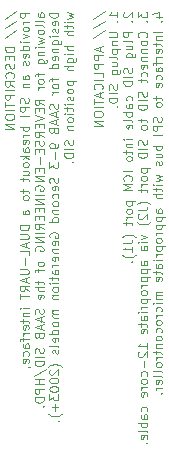
<source format=gbr>
G04 #@! TF.GenerationSoftware,KiCad,Pcbnew,5.1.4-e60b266~84~ubuntu19.04.1*
G04 #@! TF.CreationDate,2020-01-15T22:36:37+11:00*
G04 #@! TF.ProjectId,sid-board,7369642d-626f-4617-9264-2e6b69636164,rev?*
G04 #@! TF.SameCoordinates,Original*
G04 #@! TF.FileFunction,Legend,Bot*
G04 #@! TF.FilePolarity,Positive*
%FSLAX46Y46*%
G04 Gerber Fmt 4.6, Leading zero omitted, Abs format (unit mm)*
G04 Created by KiCad (PCBNEW 5.1.4-e60b266~84~ubuntu19.04.1) date 2020-01-15 22:36:37*
%MOMM*%
%LPD*%
G04 APERTURE LIST*
%ADD10C,0.125000*%
G04 APERTURE END LIST*
D10*
X65693571Y-73185535D02*
X66657857Y-72542678D01*
X65693571Y-73971250D02*
X66657857Y-73328392D01*
X65693571Y-74756964D02*
X66657857Y-74114107D01*
X66479285Y-75578392D02*
X65729285Y-75578392D01*
X65729285Y-75756964D01*
X65765000Y-75864107D01*
X65836428Y-75935535D01*
X65907857Y-75971250D01*
X66050714Y-76006964D01*
X66157857Y-76006964D01*
X66300714Y-75971250D01*
X66372142Y-75935535D01*
X66443571Y-75864107D01*
X66479285Y-75756964D01*
X66479285Y-75578392D01*
X66086428Y-76328392D02*
X66086428Y-76578392D01*
X66479285Y-76685535D02*
X66479285Y-76328392D01*
X65729285Y-76328392D01*
X65729285Y-76685535D01*
X66443571Y-76971250D02*
X66479285Y-77078392D01*
X66479285Y-77256964D01*
X66443571Y-77328392D01*
X66407857Y-77364107D01*
X66336428Y-77399821D01*
X66265000Y-77399821D01*
X66193571Y-77364107D01*
X66157857Y-77328392D01*
X66122142Y-77256964D01*
X66086428Y-77114107D01*
X66050714Y-77042678D01*
X66015000Y-77006964D01*
X65943571Y-76971250D01*
X65872142Y-76971250D01*
X65800714Y-77006964D01*
X65765000Y-77042678D01*
X65729285Y-77114107D01*
X65729285Y-77292678D01*
X65765000Y-77399821D01*
X66407857Y-78149821D02*
X66443571Y-78114107D01*
X66479285Y-78006964D01*
X66479285Y-77935535D01*
X66443571Y-77828392D01*
X66372142Y-77756964D01*
X66300714Y-77721250D01*
X66157857Y-77685535D01*
X66050714Y-77685535D01*
X65907857Y-77721250D01*
X65836428Y-77756964D01*
X65765000Y-77828392D01*
X65729285Y-77935535D01*
X65729285Y-78006964D01*
X65765000Y-78114107D01*
X65800714Y-78149821D01*
X66479285Y-78899821D02*
X66122142Y-78649821D01*
X66479285Y-78471250D02*
X65729285Y-78471250D01*
X65729285Y-78756964D01*
X65765000Y-78828392D01*
X65800714Y-78864107D01*
X65872142Y-78899821D01*
X65979285Y-78899821D01*
X66050714Y-78864107D01*
X66086428Y-78828392D01*
X66122142Y-78756964D01*
X66122142Y-78471250D01*
X66479285Y-79221250D02*
X65729285Y-79221250D01*
X66479285Y-79578392D02*
X65729285Y-79578392D01*
X65729285Y-79864107D01*
X65765000Y-79935535D01*
X65800714Y-79971250D01*
X65872142Y-80006964D01*
X65979285Y-80006964D01*
X66050714Y-79971250D01*
X66086428Y-79935535D01*
X66122142Y-79864107D01*
X66122142Y-79578392D01*
X65729285Y-80221250D02*
X65729285Y-80649821D01*
X66479285Y-80435535D02*
X65729285Y-80435535D01*
X66479285Y-80899821D02*
X65729285Y-80899821D01*
X65729285Y-81399821D02*
X65729285Y-81542678D01*
X65765000Y-81614107D01*
X65836428Y-81685535D01*
X65979285Y-81721250D01*
X66229285Y-81721250D01*
X66372142Y-81685535D01*
X66443571Y-81614107D01*
X66479285Y-81542678D01*
X66479285Y-81399821D01*
X66443571Y-81328392D01*
X66372142Y-81256964D01*
X66229285Y-81221250D01*
X65979285Y-81221250D01*
X65836428Y-81256964D01*
X65765000Y-81328392D01*
X65729285Y-81399821D01*
X66479285Y-82042678D02*
X65729285Y-82042678D01*
X66479285Y-82471250D01*
X65729285Y-82471250D01*
X67729285Y-72649821D02*
X66979285Y-72649821D01*
X66979285Y-72935535D01*
X67015000Y-73006964D01*
X67050714Y-73042678D01*
X67122142Y-73078392D01*
X67229285Y-73078392D01*
X67300714Y-73042678D01*
X67336428Y-73006964D01*
X67372142Y-72935535D01*
X67372142Y-72649821D01*
X67729285Y-73399821D02*
X67229285Y-73399821D01*
X67372142Y-73399821D02*
X67300714Y-73435535D01*
X67265000Y-73471250D01*
X67229285Y-73542678D01*
X67229285Y-73614107D01*
X67729285Y-73971250D02*
X67693571Y-73899821D01*
X67657857Y-73864107D01*
X67586428Y-73828392D01*
X67372142Y-73828392D01*
X67300714Y-73864107D01*
X67265000Y-73899821D01*
X67229285Y-73971250D01*
X67229285Y-74078392D01*
X67265000Y-74149821D01*
X67300714Y-74185535D01*
X67372142Y-74221250D01*
X67586428Y-74221250D01*
X67657857Y-74185535D01*
X67693571Y-74149821D01*
X67729285Y-74078392D01*
X67729285Y-73971250D01*
X67229285Y-74471250D02*
X67729285Y-74649821D01*
X67229285Y-74828392D01*
X67729285Y-75114107D02*
X67229285Y-75114107D01*
X66979285Y-75114107D02*
X67015000Y-75078392D01*
X67050714Y-75114107D01*
X67015000Y-75149821D01*
X66979285Y-75114107D01*
X67050714Y-75114107D01*
X67729285Y-75792678D02*
X66979285Y-75792678D01*
X67693571Y-75792678D02*
X67729285Y-75721250D01*
X67729285Y-75578392D01*
X67693571Y-75506964D01*
X67657857Y-75471250D01*
X67586428Y-75435535D01*
X67372142Y-75435535D01*
X67300714Y-75471250D01*
X67265000Y-75506964D01*
X67229285Y-75578392D01*
X67229285Y-75721250D01*
X67265000Y-75792678D01*
X67693571Y-76435535D02*
X67729285Y-76364107D01*
X67729285Y-76221250D01*
X67693571Y-76149821D01*
X67622142Y-76114107D01*
X67336428Y-76114107D01*
X67265000Y-76149821D01*
X67229285Y-76221250D01*
X67229285Y-76364107D01*
X67265000Y-76435535D01*
X67336428Y-76471250D01*
X67407857Y-76471250D01*
X67479285Y-76114107D01*
X67693571Y-76756964D02*
X67729285Y-76828392D01*
X67729285Y-76971250D01*
X67693571Y-77042678D01*
X67622142Y-77078392D01*
X67586428Y-77078392D01*
X67515000Y-77042678D01*
X67479285Y-76971250D01*
X67479285Y-76864107D01*
X67443571Y-76792678D01*
X67372142Y-76756964D01*
X67336428Y-76756964D01*
X67265000Y-76792678D01*
X67229285Y-76864107D01*
X67229285Y-76971250D01*
X67265000Y-77042678D01*
X67729285Y-78292678D02*
X67336428Y-78292678D01*
X67265000Y-78256964D01*
X67229285Y-78185535D01*
X67229285Y-78042678D01*
X67265000Y-77971250D01*
X67693571Y-78292678D02*
X67729285Y-78221250D01*
X67729285Y-78042678D01*
X67693571Y-77971250D01*
X67622142Y-77935535D01*
X67550714Y-77935535D01*
X67479285Y-77971250D01*
X67443571Y-78042678D01*
X67443571Y-78221250D01*
X67407857Y-78292678D01*
X67229285Y-78649821D02*
X67729285Y-78649821D01*
X67300714Y-78649821D02*
X67265000Y-78685535D01*
X67229285Y-78756964D01*
X67229285Y-78864107D01*
X67265000Y-78935535D01*
X67336428Y-78971250D01*
X67729285Y-78971250D01*
X67693571Y-79864107D02*
X67729285Y-79971250D01*
X67729285Y-80149821D01*
X67693571Y-80221250D01*
X67657857Y-80256964D01*
X67586428Y-80292678D01*
X67515000Y-80292678D01*
X67443571Y-80256964D01*
X67407857Y-80221250D01*
X67372142Y-80149821D01*
X67336428Y-80006964D01*
X67300714Y-79935535D01*
X67265000Y-79899821D01*
X67193571Y-79864107D01*
X67122142Y-79864107D01*
X67050714Y-79899821D01*
X67015000Y-79935535D01*
X66979285Y-80006964D01*
X66979285Y-80185535D01*
X67015000Y-80292678D01*
X67729285Y-80614107D02*
X66979285Y-80614107D01*
X66979285Y-80899821D01*
X67015000Y-80971250D01*
X67050714Y-81006964D01*
X67122142Y-81042678D01*
X67229285Y-81042678D01*
X67300714Y-81006964D01*
X67336428Y-80971250D01*
X67372142Y-80899821D01*
X67372142Y-80614107D01*
X67729285Y-81364107D02*
X66979285Y-81364107D01*
X67729285Y-82292678D02*
X66979285Y-82292678D01*
X67265000Y-82292678D02*
X67229285Y-82364107D01*
X67229285Y-82506964D01*
X67265000Y-82578392D01*
X67300714Y-82614107D01*
X67372142Y-82649821D01*
X67586428Y-82649821D01*
X67657857Y-82614107D01*
X67693571Y-82578392D01*
X67729285Y-82506964D01*
X67729285Y-82364107D01*
X67693571Y-82292678D01*
X67729285Y-82971250D02*
X67229285Y-82971250D01*
X67372142Y-82971250D02*
X67300714Y-83006964D01*
X67265000Y-83042678D01*
X67229285Y-83114107D01*
X67229285Y-83185535D01*
X67693571Y-83721250D02*
X67729285Y-83649821D01*
X67729285Y-83506964D01*
X67693571Y-83435535D01*
X67622142Y-83399821D01*
X67336428Y-83399821D01*
X67265000Y-83435535D01*
X67229285Y-83506964D01*
X67229285Y-83649821D01*
X67265000Y-83721250D01*
X67336428Y-83756964D01*
X67407857Y-83756964D01*
X67479285Y-83399821D01*
X67729285Y-84399821D02*
X67336428Y-84399821D01*
X67265000Y-84364107D01*
X67229285Y-84292678D01*
X67229285Y-84149821D01*
X67265000Y-84078392D01*
X67693571Y-84399821D02*
X67729285Y-84328392D01*
X67729285Y-84149821D01*
X67693571Y-84078392D01*
X67622142Y-84042678D01*
X67550714Y-84042678D01*
X67479285Y-84078392D01*
X67443571Y-84149821D01*
X67443571Y-84328392D01*
X67407857Y-84399821D01*
X67729285Y-84756964D02*
X66979285Y-84756964D01*
X67443571Y-84828392D02*
X67729285Y-85042678D01*
X67229285Y-85042678D02*
X67515000Y-84756964D01*
X67729285Y-85471250D02*
X67693571Y-85399821D01*
X67657857Y-85364107D01*
X67586428Y-85328392D01*
X67372142Y-85328392D01*
X67300714Y-85364107D01*
X67265000Y-85399821D01*
X67229285Y-85471250D01*
X67229285Y-85578392D01*
X67265000Y-85649821D01*
X67300714Y-85685535D01*
X67372142Y-85721250D01*
X67586428Y-85721250D01*
X67657857Y-85685535D01*
X67693571Y-85649821D01*
X67729285Y-85578392D01*
X67729285Y-85471250D01*
X67229285Y-86364107D02*
X67729285Y-86364107D01*
X67229285Y-86042678D02*
X67622142Y-86042678D01*
X67693571Y-86078392D01*
X67729285Y-86149821D01*
X67729285Y-86256964D01*
X67693571Y-86328392D01*
X67657857Y-86364107D01*
X67229285Y-86614107D02*
X67229285Y-86899821D01*
X66979285Y-86721250D02*
X67622142Y-86721250D01*
X67693571Y-86756964D01*
X67729285Y-86828392D01*
X67729285Y-86899821D01*
X67229285Y-87614107D02*
X67229285Y-87899821D01*
X66979285Y-87721250D02*
X67622142Y-87721250D01*
X67693571Y-87756964D01*
X67729285Y-87828392D01*
X67729285Y-87899821D01*
X67729285Y-88256964D02*
X67693571Y-88185535D01*
X67657857Y-88149821D01*
X67586428Y-88114107D01*
X67372142Y-88114107D01*
X67300714Y-88149821D01*
X67265000Y-88185535D01*
X67229285Y-88256964D01*
X67229285Y-88364107D01*
X67265000Y-88435535D01*
X67300714Y-88471250D01*
X67372142Y-88506964D01*
X67586428Y-88506964D01*
X67657857Y-88471250D01*
X67693571Y-88435535D01*
X67729285Y-88364107D01*
X67729285Y-88256964D01*
X67729285Y-89721250D02*
X67336428Y-89721250D01*
X67265000Y-89685535D01*
X67229285Y-89614107D01*
X67229285Y-89471250D01*
X67265000Y-89399821D01*
X67693571Y-89721250D02*
X67729285Y-89649821D01*
X67729285Y-89471250D01*
X67693571Y-89399821D01*
X67622142Y-89364107D01*
X67550714Y-89364107D01*
X67479285Y-89399821D01*
X67443571Y-89471250D01*
X67443571Y-89649821D01*
X67407857Y-89721250D01*
X67729285Y-90649821D02*
X66979285Y-90649821D01*
X66979285Y-90828392D01*
X67015000Y-90935535D01*
X67086428Y-91006964D01*
X67157857Y-91042678D01*
X67300714Y-91078392D01*
X67407857Y-91078392D01*
X67550714Y-91042678D01*
X67622142Y-91006964D01*
X67693571Y-90935535D01*
X67729285Y-90828392D01*
X67729285Y-90649821D01*
X66979285Y-91399821D02*
X67586428Y-91399821D01*
X67657857Y-91435535D01*
X67693571Y-91471250D01*
X67729285Y-91542678D01*
X67729285Y-91685535D01*
X67693571Y-91756964D01*
X67657857Y-91792678D01*
X67586428Y-91828392D01*
X66979285Y-91828392D01*
X67515000Y-92149821D02*
X67515000Y-92506964D01*
X67729285Y-92078392D02*
X66979285Y-92328392D01*
X67729285Y-92578392D01*
X67729285Y-93185535D02*
X67729285Y-92828392D01*
X66979285Y-92828392D01*
X67443571Y-93435535D02*
X67443571Y-94006964D01*
X66979285Y-94364107D02*
X67586428Y-94364107D01*
X67657857Y-94399821D01*
X67693571Y-94435535D01*
X67729285Y-94506964D01*
X67729285Y-94649821D01*
X67693571Y-94721250D01*
X67657857Y-94756964D01*
X67586428Y-94792678D01*
X66979285Y-94792678D01*
X67515000Y-95114107D02*
X67515000Y-95471250D01*
X67729285Y-95042678D02*
X66979285Y-95292678D01*
X67729285Y-95542678D01*
X67729285Y-96221250D02*
X67372142Y-95971250D01*
X67729285Y-95792678D02*
X66979285Y-95792678D01*
X66979285Y-96078392D01*
X67015000Y-96149821D01*
X67050714Y-96185535D01*
X67122142Y-96221250D01*
X67229285Y-96221250D01*
X67300714Y-96185535D01*
X67336428Y-96149821D01*
X67372142Y-96078392D01*
X67372142Y-95792678D01*
X66979285Y-96435535D02*
X66979285Y-96864107D01*
X67729285Y-96649821D02*
X66979285Y-96649821D01*
X67729285Y-97685535D02*
X67229285Y-97685535D01*
X66979285Y-97685535D02*
X67015000Y-97649821D01*
X67050714Y-97685535D01*
X67015000Y-97721250D01*
X66979285Y-97685535D01*
X67050714Y-97685535D01*
X67229285Y-98042678D02*
X67729285Y-98042678D01*
X67300714Y-98042678D02*
X67265000Y-98078392D01*
X67229285Y-98149821D01*
X67229285Y-98256964D01*
X67265000Y-98328392D01*
X67336428Y-98364107D01*
X67729285Y-98364107D01*
X67229285Y-98614107D02*
X67229285Y-98899821D01*
X66979285Y-98721250D02*
X67622142Y-98721250D01*
X67693571Y-98756964D01*
X67729285Y-98828392D01*
X67729285Y-98899821D01*
X67693571Y-99435535D02*
X67729285Y-99364107D01*
X67729285Y-99221250D01*
X67693571Y-99149821D01*
X67622142Y-99114107D01*
X67336428Y-99114107D01*
X67265000Y-99149821D01*
X67229285Y-99221250D01*
X67229285Y-99364107D01*
X67265000Y-99435535D01*
X67336428Y-99471250D01*
X67407857Y-99471250D01*
X67479285Y-99114107D01*
X67729285Y-99792678D02*
X67229285Y-99792678D01*
X67372142Y-99792678D02*
X67300714Y-99828392D01*
X67265000Y-99864107D01*
X67229285Y-99935535D01*
X67229285Y-100006964D01*
X67229285Y-100149821D02*
X67229285Y-100435535D01*
X67729285Y-100256964D02*
X67086428Y-100256964D01*
X67015000Y-100292678D01*
X66979285Y-100364107D01*
X66979285Y-100435535D01*
X67729285Y-101006964D02*
X67336428Y-101006964D01*
X67265000Y-100971250D01*
X67229285Y-100899821D01*
X67229285Y-100756964D01*
X67265000Y-100685535D01*
X67693571Y-101006964D02*
X67729285Y-100935535D01*
X67729285Y-100756964D01*
X67693571Y-100685535D01*
X67622142Y-100649821D01*
X67550714Y-100649821D01*
X67479285Y-100685535D01*
X67443571Y-100756964D01*
X67443571Y-100935535D01*
X67407857Y-101006964D01*
X67693571Y-101685535D02*
X67729285Y-101614107D01*
X67729285Y-101471250D01*
X67693571Y-101399821D01*
X67657857Y-101364107D01*
X67586428Y-101328392D01*
X67372142Y-101328392D01*
X67300714Y-101364107D01*
X67265000Y-101399821D01*
X67229285Y-101471250D01*
X67229285Y-101614107D01*
X67265000Y-101685535D01*
X67693571Y-102292678D02*
X67729285Y-102221250D01*
X67729285Y-102078392D01*
X67693571Y-102006964D01*
X67622142Y-101971250D01*
X67336428Y-101971250D01*
X67265000Y-102006964D01*
X67229285Y-102078392D01*
X67229285Y-102221250D01*
X67265000Y-102292678D01*
X67336428Y-102328392D01*
X67407857Y-102328392D01*
X67479285Y-101971250D01*
X67693571Y-102685535D02*
X67729285Y-102685535D01*
X67800714Y-102649821D01*
X67836428Y-102614107D01*
X68979285Y-72971250D02*
X68586428Y-72971250D01*
X68515000Y-72935535D01*
X68479285Y-72864107D01*
X68479285Y-72721250D01*
X68515000Y-72649821D01*
X68943571Y-72971250D02*
X68979285Y-72899821D01*
X68979285Y-72721250D01*
X68943571Y-72649821D01*
X68872142Y-72614107D01*
X68800714Y-72614107D01*
X68729285Y-72649821D01*
X68693571Y-72721250D01*
X68693571Y-72899821D01*
X68657857Y-72971250D01*
X68979285Y-73435535D02*
X68943571Y-73364107D01*
X68872142Y-73328392D01*
X68229285Y-73328392D01*
X68979285Y-73828392D02*
X68943571Y-73756964D01*
X68872142Y-73721250D01*
X68229285Y-73721250D01*
X68979285Y-74221250D02*
X68943571Y-74149821D01*
X68907857Y-74114107D01*
X68836428Y-74078392D01*
X68622142Y-74078392D01*
X68550714Y-74114107D01*
X68515000Y-74149821D01*
X68479285Y-74221250D01*
X68479285Y-74328392D01*
X68515000Y-74399821D01*
X68550714Y-74435535D01*
X68622142Y-74471250D01*
X68836428Y-74471250D01*
X68907857Y-74435535D01*
X68943571Y-74399821D01*
X68979285Y-74328392D01*
X68979285Y-74221250D01*
X68479285Y-74721250D02*
X68979285Y-74864107D01*
X68622142Y-75006964D01*
X68979285Y-75149821D01*
X68479285Y-75292678D01*
X68979285Y-75578392D02*
X68479285Y-75578392D01*
X68229285Y-75578392D02*
X68265000Y-75542678D01*
X68300714Y-75578392D01*
X68265000Y-75614107D01*
X68229285Y-75578392D01*
X68300714Y-75578392D01*
X68479285Y-75935535D02*
X68979285Y-75935535D01*
X68550714Y-75935535D02*
X68515000Y-75971250D01*
X68479285Y-76042678D01*
X68479285Y-76149821D01*
X68515000Y-76221250D01*
X68586428Y-76256964D01*
X68979285Y-76256964D01*
X68479285Y-76935535D02*
X69086428Y-76935535D01*
X69157857Y-76899821D01*
X69193571Y-76864107D01*
X69229285Y-76792678D01*
X69229285Y-76685535D01*
X69193571Y-76614107D01*
X68943571Y-76935535D02*
X68979285Y-76864107D01*
X68979285Y-76721250D01*
X68943571Y-76649821D01*
X68907857Y-76614107D01*
X68836428Y-76578392D01*
X68622142Y-76578392D01*
X68550714Y-76614107D01*
X68515000Y-76649821D01*
X68479285Y-76721250D01*
X68479285Y-76864107D01*
X68515000Y-76935535D01*
X68479285Y-77756964D02*
X68479285Y-78042678D01*
X68979285Y-77864107D02*
X68336428Y-77864107D01*
X68265000Y-77899821D01*
X68229285Y-77971250D01*
X68229285Y-78042678D01*
X68979285Y-78399821D02*
X68943571Y-78328392D01*
X68907857Y-78292678D01*
X68836428Y-78256964D01*
X68622142Y-78256964D01*
X68550714Y-78292678D01*
X68515000Y-78328392D01*
X68479285Y-78399821D01*
X68479285Y-78506964D01*
X68515000Y-78578392D01*
X68550714Y-78614107D01*
X68622142Y-78649821D01*
X68836428Y-78649821D01*
X68907857Y-78614107D01*
X68943571Y-78578392D01*
X68979285Y-78506964D01*
X68979285Y-78399821D01*
X68979285Y-78971250D02*
X68479285Y-78971250D01*
X68622142Y-78971250D02*
X68550714Y-79006964D01*
X68515000Y-79042678D01*
X68479285Y-79114107D01*
X68479285Y-79185535D01*
X68979285Y-80435535D02*
X68622142Y-80185535D01*
X68979285Y-80006964D02*
X68229285Y-80006964D01*
X68229285Y-80292678D01*
X68265000Y-80364107D01*
X68300714Y-80399821D01*
X68372142Y-80435535D01*
X68479285Y-80435535D01*
X68550714Y-80399821D01*
X68586428Y-80364107D01*
X68622142Y-80292678D01*
X68622142Y-80006964D01*
X68586428Y-80756964D02*
X68586428Y-81006964D01*
X68979285Y-81114107D02*
X68979285Y-80756964D01*
X68229285Y-80756964D01*
X68229285Y-81114107D01*
X68229285Y-81328392D02*
X68979285Y-81578392D01*
X68229285Y-81828392D01*
X68586428Y-82078392D02*
X68586428Y-82328392D01*
X68979285Y-82435535D02*
X68979285Y-82078392D01*
X68229285Y-82078392D01*
X68229285Y-82435535D01*
X68979285Y-83185535D02*
X68622142Y-82935535D01*
X68979285Y-82756964D02*
X68229285Y-82756964D01*
X68229285Y-83042678D01*
X68265000Y-83114107D01*
X68300714Y-83149821D01*
X68372142Y-83185535D01*
X68479285Y-83185535D01*
X68550714Y-83149821D01*
X68586428Y-83114107D01*
X68622142Y-83042678D01*
X68622142Y-82756964D01*
X68943571Y-83471250D02*
X68979285Y-83578392D01*
X68979285Y-83756964D01*
X68943571Y-83828392D01*
X68907857Y-83864107D01*
X68836428Y-83899821D01*
X68765000Y-83899821D01*
X68693571Y-83864107D01*
X68657857Y-83828392D01*
X68622142Y-83756964D01*
X68586428Y-83614107D01*
X68550714Y-83542678D01*
X68515000Y-83506964D01*
X68443571Y-83471250D01*
X68372142Y-83471250D01*
X68300714Y-83506964D01*
X68265000Y-83542678D01*
X68229285Y-83614107D01*
X68229285Y-83792678D01*
X68265000Y-83899821D01*
X68586428Y-84221250D02*
X68586428Y-84471250D01*
X68979285Y-84578392D02*
X68979285Y-84221250D01*
X68229285Y-84221250D01*
X68229285Y-84578392D01*
X68693571Y-84899821D02*
X68693571Y-85471250D01*
X68586428Y-85828392D02*
X68586428Y-86078392D01*
X68979285Y-86185535D02*
X68979285Y-85828392D01*
X68229285Y-85828392D01*
X68229285Y-86185535D01*
X68979285Y-86506964D02*
X68229285Y-86506964D01*
X68979285Y-86935535D01*
X68229285Y-86935535D01*
X68265000Y-87685535D02*
X68229285Y-87614107D01*
X68229285Y-87506964D01*
X68265000Y-87399821D01*
X68336428Y-87328392D01*
X68407857Y-87292678D01*
X68550714Y-87256964D01*
X68657857Y-87256964D01*
X68800714Y-87292678D01*
X68872142Y-87328392D01*
X68943571Y-87399821D01*
X68979285Y-87506964D01*
X68979285Y-87578392D01*
X68943571Y-87685535D01*
X68907857Y-87721250D01*
X68657857Y-87721250D01*
X68657857Y-87578392D01*
X68979285Y-88042678D02*
X68229285Y-88042678D01*
X68979285Y-88399821D02*
X68229285Y-88399821D01*
X68979285Y-88828392D01*
X68229285Y-88828392D01*
X68586428Y-89185535D02*
X68586428Y-89435535D01*
X68979285Y-89542678D02*
X68979285Y-89185535D01*
X68229285Y-89185535D01*
X68229285Y-89542678D01*
X68586428Y-89864107D02*
X68586428Y-90114107D01*
X68979285Y-90221250D02*
X68979285Y-89864107D01*
X68229285Y-89864107D01*
X68229285Y-90221250D01*
X68979285Y-90971250D02*
X68622142Y-90721250D01*
X68979285Y-90542678D02*
X68229285Y-90542678D01*
X68229285Y-90828392D01*
X68265000Y-90899821D01*
X68300714Y-90935535D01*
X68372142Y-90971250D01*
X68479285Y-90971250D01*
X68550714Y-90935535D01*
X68586428Y-90899821D01*
X68622142Y-90828392D01*
X68622142Y-90542678D01*
X68979285Y-91292678D02*
X68229285Y-91292678D01*
X68979285Y-91649821D02*
X68229285Y-91649821D01*
X68979285Y-92078392D01*
X68229285Y-92078392D01*
X68265000Y-92828392D02*
X68229285Y-92756964D01*
X68229285Y-92649821D01*
X68265000Y-92542678D01*
X68336428Y-92471250D01*
X68407857Y-92435535D01*
X68550714Y-92399821D01*
X68657857Y-92399821D01*
X68800714Y-92435535D01*
X68872142Y-92471250D01*
X68943571Y-92542678D01*
X68979285Y-92649821D01*
X68979285Y-92721250D01*
X68943571Y-92828392D01*
X68907857Y-92864107D01*
X68657857Y-92864107D01*
X68657857Y-92721250D01*
X68979285Y-93864107D02*
X68943571Y-93792678D01*
X68907857Y-93756964D01*
X68836428Y-93721250D01*
X68622142Y-93721250D01*
X68550714Y-93756964D01*
X68515000Y-93792678D01*
X68479285Y-93864107D01*
X68479285Y-93971250D01*
X68515000Y-94042678D01*
X68550714Y-94078392D01*
X68622142Y-94114107D01*
X68836428Y-94114107D01*
X68907857Y-94078392D01*
X68943571Y-94042678D01*
X68979285Y-93971250D01*
X68979285Y-93864107D01*
X68479285Y-94328392D02*
X68479285Y-94614107D01*
X68979285Y-94435535D02*
X68336428Y-94435535D01*
X68265000Y-94471250D01*
X68229285Y-94542678D01*
X68229285Y-94614107D01*
X68479285Y-95328392D02*
X68479285Y-95614107D01*
X68229285Y-95435535D02*
X68872142Y-95435535D01*
X68943571Y-95471250D01*
X68979285Y-95542678D01*
X68979285Y-95614107D01*
X68979285Y-95864107D02*
X68229285Y-95864107D01*
X68979285Y-96185535D02*
X68586428Y-96185535D01*
X68515000Y-96149821D01*
X68479285Y-96078392D01*
X68479285Y-95971250D01*
X68515000Y-95899821D01*
X68550714Y-95864107D01*
X68943571Y-96828392D02*
X68979285Y-96756964D01*
X68979285Y-96614107D01*
X68943571Y-96542678D01*
X68872142Y-96506964D01*
X68586428Y-96506964D01*
X68515000Y-96542678D01*
X68479285Y-96614107D01*
X68479285Y-96756964D01*
X68515000Y-96828392D01*
X68586428Y-96864107D01*
X68657857Y-96864107D01*
X68729285Y-96506964D01*
X68943571Y-97721250D02*
X68979285Y-97828392D01*
X68979285Y-98006964D01*
X68943571Y-98078392D01*
X68907857Y-98114107D01*
X68836428Y-98149821D01*
X68765000Y-98149821D01*
X68693571Y-98114107D01*
X68657857Y-98078392D01*
X68622142Y-98006964D01*
X68586428Y-97864107D01*
X68550714Y-97792678D01*
X68515000Y-97756964D01*
X68443571Y-97721250D01*
X68372142Y-97721250D01*
X68300714Y-97756964D01*
X68265000Y-97792678D01*
X68229285Y-97864107D01*
X68229285Y-98042678D01*
X68265000Y-98149821D01*
X68765000Y-98435535D02*
X68765000Y-98792678D01*
X68979285Y-98364107D02*
X68229285Y-98614107D01*
X68979285Y-98864107D01*
X68765000Y-99078392D02*
X68765000Y-99435535D01*
X68979285Y-99006964D02*
X68229285Y-99256964D01*
X68979285Y-99506964D01*
X68586428Y-100006964D02*
X68622142Y-100114107D01*
X68657857Y-100149821D01*
X68729285Y-100185535D01*
X68836428Y-100185535D01*
X68907857Y-100149821D01*
X68943571Y-100114107D01*
X68979285Y-100042678D01*
X68979285Y-99756964D01*
X68229285Y-99756964D01*
X68229285Y-100006964D01*
X68265000Y-100078392D01*
X68300714Y-100114107D01*
X68372142Y-100149821D01*
X68443571Y-100149821D01*
X68515000Y-100114107D01*
X68550714Y-100078392D01*
X68586428Y-100006964D01*
X68586428Y-99756964D01*
X68943571Y-101042678D02*
X68979285Y-101149821D01*
X68979285Y-101328392D01*
X68943571Y-101399821D01*
X68907857Y-101435535D01*
X68836428Y-101471250D01*
X68765000Y-101471250D01*
X68693571Y-101435535D01*
X68657857Y-101399821D01*
X68622142Y-101328392D01*
X68586428Y-101185535D01*
X68550714Y-101114107D01*
X68515000Y-101078392D01*
X68443571Y-101042678D01*
X68372142Y-101042678D01*
X68300714Y-101078392D01*
X68265000Y-101114107D01*
X68229285Y-101185535D01*
X68229285Y-101364107D01*
X68265000Y-101471250D01*
X68979285Y-101792678D02*
X68229285Y-101792678D01*
X68979285Y-102149821D02*
X68229285Y-102149821D01*
X68229285Y-102328392D01*
X68265000Y-102435535D01*
X68336428Y-102506964D01*
X68407857Y-102542678D01*
X68550714Y-102578392D01*
X68657857Y-102578392D01*
X68800714Y-102542678D01*
X68872142Y-102506964D01*
X68943571Y-102435535D01*
X68979285Y-102328392D01*
X68979285Y-102149821D01*
X68193571Y-103435535D02*
X69157857Y-102792678D01*
X68979285Y-103685535D02*
X68229285Y-103685535D01*
X68586428Y-103685535D02*
X68586428Y-104114107D01*
X68979285Y-104114107D02*
X68229285Y-104114107D01*
X68979285Y-104471250D02*
X68229285Y-104471250D01*
X68229285Y-104756964D01*
X68265000Y-104828392D01*
X68300714Y-104864107D01*
X68372142Y-104899821D01*
X68479285Y-104899821D01*
X68550714Y-104864107D01*
X68586428Y-104828392D01*
X68622142Y-104756964D01*
X68622142Y-104471250D01*
X68979285Y-105221250D02*
X68229285Y-105221250D01*
X68229285Y-105399821D01*
X68265000Y-105506964D01*
X68336428Y-105578392D01*
X68407857Y-105614107D01*
X68550714Y-105649821D01*
X68657857Y-105649821D01*
X68800714Y-105614107D01*
X68872142Y-105578392D01*
X68943571Y-105506964D01*
X68979285Y-105399821D01*
X68979285Y-105221250D01*
X68907857Y-105971250D02*
X68943571Y-106006964D01*
X68979285Y-105971250D01*
X68943571Y-105935535D01*
X68907857Y-105971250D01*
X68979285Y-105971250D01*
X70229285Y-72649821D02*
X69479285Y-72649821D01*
X69479285Y-72828392D01*
X69515000Y-72935535D01*
X69586428Y-73006964D01*
X69657857Y-73042678D01*
X69800714Y-73078392D01*
X69907857Y-73078392D01*
X70050714Y-73042678D01*
X70122142Y-73006964D01*
X70193571Y-72935535D01*
X70229285Y-72828392D01*
X70229285Y-72649821D01*
X70193571Y-73685535D02*
X70229285Y-73614107D01*
X70229285Y-73471250D01*
X70193571Y-73399821D01*
X70122142Y-73364107D01*
X69836428Y-73364107D01*
X69765000Y-73399821D01*
X69729285Y-73471250D01*
X69729285Y-73614107D01*
X69765000Y-73685535D01*
X69836428Y-73721250D01*
X69907857Y-73721250D01*
X69979285Y-73364107D01*
X70193571Y-74006964D02*
X70229285Y-74078392D01*
X70229285Y-74221250D01*
X70193571Y-74292678D01*
X70122142Y-74328392D01*
X70086428Y-74328392D01*
X70015000Y-74292678D01*
X69979285Y-74221250D01*
X69979285Y-74114107D01*
X69943571Y-74042678D01*
X69872142Y-74006964D01*
X69836428Y-74006964D01*
X69765000Y-74042678D01*
X69729285Y-74114107D01*
X69729285Y-74221250D01*
X69765000Y-74292678D01*
X70229285Y-74649821D02*
X69729285Y-74649821D01*
X69479285Y-74649821D02*
X69515000Y-74614107D01*
X69550714Y-74649821D01*
X69515000Y-74685535D01*
X69479285Y-74649821D01*
X69550714Y-74649821D01*
X69729285Y-75328392D02*
X70336428Y-75328392D01*
X70407857Y-75292678D01*
X70443571Y-75256964D01*
X70479285Y-75185535D01*
X70479285Y-75078392D01*
X70443571Y-75006964D01*
X70193571Y-75328392D02*
X70229285Y-75256964D01*
X70229285Y-75114107D01*
X70193571Y-75042678D01*
X70157857Y-75006964D01*
X70086428Y-74971250D01*
X69872142Y-74971250D01*
X69800714Y-75006964D01*
X69765000Y-75042678D01*
X69729285Y-75114107D01*
X69729285Y-75256964D01*
X69765000Y-75328392D01*
X69729285Y-75685535D02*
X70229285Y-75685535D01*
X69800714Y-75685535D02*
X69765000Y-75721250D01*
X69729285Y-75792678D01*
X69729285Y-75899821D01*
X69765000Y-75971250D01*
X69836428Y-76006964D01*
X70229285Y-76006964D01*
X70193571Y-76649821D02*
X70229285Y-76578392D01*
X70229285Y-76435535D01*
X70193571Y-76364107D01*
X70122142Y-76328392D01*
X69836428Y-76328392D01*
X69765000Y-76364107D01*
X69729285Y-76435535D01*
X69729285Y-76578392D01*
X69765000Y-76649821D01*
X69836428Y-76685535D01*
X69907857Y-76685535D01*
X69979285Y-76328392D01*
X70229285Y-77328392D02*
X69479285Y-77328392D01*
X70193571Y-77328392D02*
X70229285Y-77256964D01*
X70229285Y-77114107D01*
X70193571Y-77042678D01*
X70157857Y-77006964D01*
X70086428Y-76971250D01*
X69872142Y-76971250D01*
X69800714Y-77006964D01*
X69765000Y-77042678D01*
X69729285Y-77114107D01*
X69729285Y-77256964D01*
X69765000Y-77328392D01*
X69729285Y-78149821D02*
X69729285Y-78435535D01*
X70229285Y-78256964D02*
X69586428Y-78256964D01*
X69515000Y-78292678D01*
X69479285Y-78364107D01*
X69479285Y-78435535D01*
X70229285Y-78792678D02*
X70193571Y-78721250D01*
X70157857Y-78685535D01*
X70086428Y-78649821D01*
X69872142Y-78649821D01*
X69800714Y-78685535D01*
X69765000Y-78721250D01*
X69729285Y-78792678D01*
X69729285Y-78899821D01*
X69765000Y-78971250D01*
X69800714Y-79006964D01*
X69872142Y-79042678D01*
X70086428Y-79042678D01*
X70157857Y-79006964D01*
X70193571Y-78971250D01*
X70229285Y-78899821D01*
X70229285Y-78792678D01*
X70229285Y-79364107D02*
X69729285Y-79364107D01*
X69872142Y-79364107D02*
X69800714Y-79399821D01*
X69765000Y-79435535D01*
X69729285Y-79506964D01*
X69729285Y-79578392D01*
X70193571Y-80364107D02*
X70229285Y-80471250D01*
X70229285Y-80649821D01*
X70193571Y-80721250D01*
X70157857Y-80756964D01*
X70086428Y-80792678D01*
X70015000Y-80792678D01*
X69943571Y-80756964D01*
X69907857Y-80721250D01*
X69872142Y-80649821D01*
X69836428Y-80506964D01*
X69800714Y-80435535D01*
X69765000Y-80399821D01*
X69693571Y-80364107D01*
X69622142Y-80364107D01*
X69550714Y-80399821D01*
X69515000Y-80435535D01*
X69479285Y-80506964D01*
X69479285Y-80685535D01*
X69515000Y-80792678D01*
X70015000Y-81078392D02*
X70015000Y-81435535D01*
X70229285Y-81006964D02*
X69479285Y-81256964D01*
X70229285Y-81506964D01*
X70015000Y-81721250D02*
X70015000Y-82078392D01*
X70229285Y-81649821D02*
X69479285Y-81899821D01*
X70229285Y-82149821D01*
X69836428Y-82649821D02*
X69872142Y-82756964D01*
X69907857Y-82792678D01*
X69979285Y-82828392D01*
X70086428Y-82828392D01*
X70157857Y-82792678D01*
X70193571Y-82756964D01*
X70229285Y-82685535D01*
X70229285Y-82399821D01*
X69479285Y-82399821D01*
X69479285Y-82649821D01*
X69515000Y-82721250D01*
X69550714Y-82756964D01*
X69622142Y-82792678D01*
X69693571Y-82792678D01*
X69765000Y-82756964D01*
X69800714Y-82721250D01*
X69836428Y-82649821D01*
X69836428Y-82399821D01*
X70229285Y-83756964D02*
X70229285Y-83899821D01*
X70193571Y-83971250D01*
X70157857Y-84006964D01*
X70050714Y-84078392D01*
X69907857Y-84114107D01*
X69622142Y-84114107D01*
X69550714Y-84078392D01*
X69515000Y-84042678D01*
X69479285Y-83971250D01*
X69479285Y-83828392D01*
X69515000Y-83756964D01*
X69550714Y-83721250D01*
X69622142Y-83685535D01*
X69800714Y-83685535D01*
X69872142Y-83721250D01*
X69907857Y-83756964D01*
X69943571Y-83828392D01*
X69943571Y-83971250D01*
X69907857Y-84042678D01*
X69872142Y-84078392D01*
X69800714Y-84114107D01*
X69943571Y-84435535D02*
X69943571Y-85006964D01*
X69479285Y-85292678D02*
X69479285Y-85756964D01*
X69765000Y-85506964D01*
X69765000Y-85614107D01*
X69800714Y-85685535D01*
X69836428Y-85721250D01*
X69907857Y-85756964D01*
X70086428Y-85756964D01*
X70157857Y-85721250D01*
X70193571Y-85685535D01*
X70229285Y-85614107D01*
X70229285Y-85399821D01*
X70193571Y-85328392D01*
X70157857Y-85292678D01*
X70193571Y-86614107D02*
X70229285Y-86721250D01*
X70229285Y-86899821D01*
X70193571Y-86971250D01*
X70157857Y-87006964D01*
X70086428Y-87042678D01*
X70015000Y-87042678D01*
X69943571Y-87006964D01*
X69907857Y-86971250D01*
X69872142Y-86899821D01*
X69836428Y-86756964D01*
X69800714Y-86685535D01*
X69765000Y-86649821D01*
X69693571Y-86614107D01*
X69622142Y-86614107D01*
X69550714Y-86649821D01*
X69515000Y-86685535D01*
X69479285Y-86756964D01*
X69479285Y-86935535D01*
X69515000Y-87042678D01*
X70193571Y-87649821D02*
X70229285Y-87578392D01*
X70229285Y-87435535D01*
X70193571Y-87364107D01*
X70122142Y-87328392D01*
X69836428Y-87328392D01*
X69765000Y-87364107D01*
X69729285Y-87435535D01*
X69729285Y-87578392D01*
X69765000Y-87649821D01*
X69836428Y-87685535D01*
X69907857Y-87685535D01*
X69979285Y-87328392D01*
X70193571Y-88328392D02*
X70229285Y-88256964D01*
X70229285Y-88114107D01*
X70193571Y-88042678D01*
X70157857Y-88006964D01*
X70086428Y-87971249D01*
X69872142Y-87971249D01*
X69800714Y-88006964D01*
X69765000Y-88042678D01*
X69729285Y-88114107D01*
X69729285Y-88256964D01*
X69765000Y-88328392D01*
X70229285Y-88756964D02*
X70193571Y-88685535D01*
X70157857Y-88649821D01*
X70086428Y-88614107D01*
X69872142Y-88614107D01*
X69800714Y-88649821D01*
X69765000Y-88685535D01*
X69729285Y-88756964D01*
X69729285Y-88864107D01*
X69765000Y-88935535D01*
X69800714Y-88971249D01*
X69872142Y-89006964D01*
X70086428Y-89006964D01*
X70157857Y-88971249D01*
X70193571Y-88935535D01*
X70229285Y-88864107D01*
X70229285Y-88756964D01*
X69729285Y-89328392D02*
X70229285Y-89328392D01*
X69800714Y-89328392D02*
X69765000Y-89364107D01*
X69729285Y-89435535D01*
X69729285Y-89542678D01*
X69765000Y-89614107D01*
X69836428Y-89649821D01*
X70229285Y-89649821D01*
X70229285Y-90328392D02*
X69479285Y-90328392D01*
X70193571Y-90328392D02*
X70229285Y-90256964D01*
X70229285Y-90114107D01*
X70193571Y-90042678D01*
X70157857Y-90006964D01*
X70086428Y-89971249D01*
X69872142Y-89971249D01*
X69800714Y-90006964D01*
X69765000Y-90042678D01*
X69729285Y-90114107D01*
X69729285Y-90256964D01*
X69765000Y-90328392D01*
X69515000Y-91649821D02*
X69479285Y-91578392D01*
X69479285Y-91471250D01*
X69515000Y-91364107D01*
X69586428Y-91292678D01*
X69657857Y-91256964D01*
X69800714Y-91221250D01*
X69907857Y-91221250D01*
X70050714Y-91256964D01*
X70122142Y-91292678D01*
X70193571Y-91364107D01*
X70229285Y-91471250D01*
X70229285Y-91542678D01*
X70193571Y-91649821D01*
X70157857Y-91685535D01*
X69907857Y-91685535D01*
X69907857Y-91542678D01*
X70193571Y-92292678D02*
X70229285Y-92221250D01*
X70229285Y-92078392D01*
X70193571Y-92006964D01*
X70122142Y-91971250D01*
X69836428Y-91971250D01*
X69765000Y-92006964D01*
X69729285Y-92078392D01*
X69729285Y-92221250D01*
X69765000Y-92292678D01*
X69836428Y-92328392D01*
X69907857Y-92328392D01*
X69979285Y-91971250D01*
X69729285Y-92649821D02*
X70229285Y-92649821D01*
X69800714Y-92649821D02*
X69765000Y-92685535D01*
X69729285Y-92756964D01*
X69729285Y-92864107D01*
X69765000Y-92935535D01*
X69836428Y-92971250D01*
X70229285Y-92971250D01*
X70193571Y-93614107D02*
X70229285Y-93542678D01*
X70229285Y-93399821D01*
X70193571Y-93328392D01*
X70122142Y-93292678D01*
X69836428Y-93292678D01*
X69765000Y-93328392D01*
X69729285Y-93399821D01*
X69729285Y-93542678D01*
X69765000Y-93614107D01*
X69836428Y-93649821D01*
X69907857Y-93649821D01*
X69979285Y-93292678D01*
X70229285Y-93971250D02*
X69729285Y-93971250D01*
X69872142Y-93971250D02*
X69800714Y-94006964D01*
X69765000Y-94042678D01*
X69729285Y-94114107D01*
X69729285Y-94185535D01*
X70229285Y-94756964D02*
X69836428Y-94756964D01*
X69765000Y-94721250D01*
X69729285Y-94649821D01*
X69729285Y-94506964D01*
X69765000Y-94435535D01*
X70193571Y-94756964D02*
X70229285Y-94685535D01*
X70229285Y-94506964D01*
X70193571Y-94435535D01*
X70122142Y-94399821D01*
X70050714Y-94399821D01*
X69979285Y-94435535D01*
X69943571Y-94506964D01*
X69943571Y-94685535D01*
X69907857Y-94756964D01*
X69729285Y-95006964D02*
X69729285Y-95292678D01*
X69479285Y-95114107D02*
X70122142Y-95114107D01*
X70193571Y-95149821D01*
X70229285Y-95221250D01*
X70229285Y-95292678D01*
X70229285Y-95542678D02*
X69729285Y-95542678D01*
X69479285Y-95542678D02*
X69515000Y-95506964D01*
X69550714Y-95542678D01*
X69515000Y-95578392D01*
X69479285Y-95542678D01*
X69550714Y-95542678D01*
X70229285Y-96006964D02*
X70193571Y-95935535D01*
X70157857Y-95899821D01*
X70086428Y-95864107D01*
X69872142Y-95864107D01*
X69800714Y-95899821D01*
X69765000Y-95935535D01*
X69729285Y-96006964D01*
X69729285Y-96114107D01*
X69765000Y-96185535D01*
X69800714Y-96221250D01*
X69872142Y-96256964D01*
X70086428Y-96256964D01*
X70157857Y-96221250D01*
X70193571Y-96185535D01*
X70229285Y-96114107D01*
X70229285Y-96006964D01*
X69729285Y-96578392D02*
X70229285Y-96578392D01*
X69800714Y-96578392D02*
X69765000Y-96614107D01*
X69729285Y-96685535D01*
X69729285Y-96792678D01*
X69765000Y-96864107D01*
X69836428Y-96899821D01*
X70229285Y-96899821D01*
X70229285Y-97828392D02*
X69729285Y-97828392D01*
X69800714Y-97828392D02*
X69765000Y-97864107D01*
X69729285Y-97935535D01*
X69729285Y-98042678D01*
X69765000Y-98114107D01*
X69836428Y-98149821D01*
X70229285Y-98149821D01*
X69836428Y-98149821D02*
X69765000Y-98185535D01*
X69729285Y-98256964D01*
X69729285Y-98364107D01*
X69765000Y-98435535D01*
X69836428Y-98471250D01*
X70229285Y-98471250D01*
X70229285Y-98935535D02*
X70193571Y-98864107D01*
X70157857Y-98828392D01*
X70086428Y-98792678D01*
X69872142Y-98792678D01*
X69800714Y-98828392D01*
X69765000Y-98864107D01*
X69729285Y-98935535D01*
X69729285Y-99042678D01*
X69765000Y-99114107D01*
X69800714Y-99149821D01*
X69872142Y-99185535D01*
X70086428Y-99185535D01*
X70157857Y-99149821D01*
X70193571Y-99114107D01*
X70229285Y-99042678D01*
X70229285Y-98935535D01*
X70229285Y-99828392D02*
X69479285Y-99828392D01*
X70193571Y-99828392D02*
X70229285Y-99756964D01*
X70229285Y-99614107D01*
X70193571Y-99542678D01*
X70157857Y-99506964D01*
X70086428Y-99471250D01*
X69872142Y-99471250D01*
X69800714Y-99506964D01*
X69765000Y-99542678D01*
X69729285Y-99614107D01*
X69729285Y-99756964D01*
X69765000Y-99828392D01*
X70193571Y-100471250D02*
X70229285Y-100399821D01*
X70229285Y-100256964D01*
X70193571Y-100185535D01*
X70122142Y-100149821D01*
X69836428Y-100149821D01*
X69765000Y-100185535D01*
X69729285Y-100256964D01*
X69729285Y-100399821D01*
X69765000Y-100471250D01*
X69836428Y-100506964D01*
X69907857Y-100506964D01*
X69979285Y-100149821D01*
X70229285Y-100935535D02*
X70193571Y-100864107D01*
X70122142Y-100828392D01*
X69479285Y-100828392D01*
X70193571Y-101185535D02*
X70229285Y-101256964D01*
X70229285Y-101399821D01*
X70193571Y-101471250D01*
X70122142Y-101506964D01*
X70086428Y-101506964D01*
X70015000Y-101471250D01*
X69979285Y-101399821D01*
X69979285Y-101292678D01*
X69943571Y-101221250D01*
X69872142Y-101185535D01*
X69836428Y-101185535D01*
X69765000Y-101221250D01*
X69729285Y-101292678D01*
X69729285Y-101399821D01*
X69765000Y-101471250D01*
X70515000Y-102614107D02*
X70479285Y-102578392D01*
X70372142Y-102506964D01*
X70300714Y-102471250D01*
X70193571Y-102435535D01*
X70015000Y-102399821D01*
X69872142Y-102399821D01*
X69693571Y-102435535D01*
X69586428Y-102471250D01*
X69515000Y-102506964D01*
X69407857Y-102578392D01*
X69372142Y-102614107D01*
X69550714Y-102864107D02*
X69515000Y-102899821D01*
X69479285Y-102971250D01*
X69479285Y-103149821D01*
X69515000Y-103221250D01*
X69550714Y-103256964D01*
X69622142Y-103292678D01*
X69693571Y-103292678D01*
X69800714Y-103256964D01*
X70229285Y-102828392D01*
X70229285Y-103292678D01*
X69479285Y-103756964D02*
X69479285Y-103828392D01*
X69515000Y-103899821D01*
X69550714Y-103935535D01*
X69622142Y-103971250D01*
X69765000Y-104006964D01*
X69943571Y-104006964D01*
X70086428Y-103971250D01*
X70157857Y-103935535D01*
X70193571Y-103899821D01*
X70229285Y-103828392D01*
X70229285Y-103756964D01*
X70193571Y-103685535D01*
X70157857Y-103649821D01*
X70086428Y-103614107D01*
X69943571Y-103578392D01*
X69765000Y-103578392D01*
X69622142Y-103614107D01*
X69550714Y-103649821D01*
X69515000Y-103685535D01*
X69479285Y-103756964D01*
X69479285Y-104471250D02*
X69479285Y-104542678D01*
X69515000Y-104614107D01*
X69550714Y-104649821D01*
X69622142Y-104685535D01*
X69765000Y-104721250D01*
X69943571Y-104721250D01*
X70086428Y-104685535D01*
X70157857Y-104649821D01*
X70193571Y-104614107D01*
X70229285Y-104542678D01*
X70229285Y-104471250D01*
X70193571Y-104399821D01*
X70157857Y-104364107D01*
X70086428Y-104328392D01*
X69943571Y-104292678D01*
X69765000Y-104292678D01*
X69622142Y-104328392D01*
X69550714Y-104364107D01*
X69515000Y-104399821D01*
X69479285Y-104471250D01*
X69479285Y-104971250D02*
X69479285Y-105435535D01*
X69765000Y-105185535D01*
X69765000Y-105292678D01*
X69800714Y-105364107D01*
X69836428Y-105399821D01*
X69907857Y-105435535D01*
X70086428Y-105435535D01*
X70157857Y-105399821D01*
X70193571Y-105364107D01*
X70229285Y-105292678D01*
X70229285Y-105078392D01*
X70193571Y-105006964D01*
X70157857Y-104971250D01*
X69943571Y-105756964D02*
X69943571Y-106328392D01*
X70229285Y-106042678D02*
X69657857Y-106042678D01*
X70515000Y-106614107D02*
X70479285Y-106649821D01*
X70372142Y-106721250D01*
X70300714Y-106756964D01*
X70193571Y-106792678D01*
X70015000Y-106828392D01*
X69872142Y-106828392D01*
X69693571Y-106792678D01*
X69586428Y-106756964D01*
X69515000Y-106721250D01*
X69407857Y-106649821D01*
X69372142Y-106614107D01*
X70193571Y-107221250D02*
X70229285Y-107221250D01*
X70300714Y-107185535D01*
X70336428Y-107149821D01*
X70979285Y-72578392D02*
X71479285Y-72721250D01*
X71122142Y-72864107D01*
X71479285Y-73006964D01*
X70979285Y-73149821D01*
X71479285Y-73435535D02*
X70979285Y-73435535D01*
X70729285Y-73435535D02*
X70765000Y-73399821D01*
X70800714Y-73435535D01*
X70765000Y-73471250D01*
X70729285Y-73435535D01*
X70800714Y-73435535D01*
X70979285Y-73685535D02*
X70979285Y-73971250D01*
X70729285Y-73792678D02*
X71372142Y-73792678D01*
X71443571Y-73828392D01*
X71479285Y-73899821D01*
X71479285Y-73971250D01*
X71479285Y-74221250D02*
X70729285Y-74221250D01*
X71479285Y-74542678D02*
X71086428Y-74542678D01*
X71015000Y-74506964D01*
X70979285Y-74435535D01*
X70979285Y-74328392D01*
X71015000Y-74256964D01*
X71050714Y-74221250D01*
X71479285Y-75471250D02*
X70729285Y-75471250D01*
X71479285Y-75792678D02*
X71086428Y-75792678D01*
X71015000Y-75756964D01*
X70979285Y-75685535D01*
X70979285Y-75578392D01*
X71015000Y-75506964D01*
X71050714Y-75471250D01*
X71479285Y-76149821D02*
X70979285Y-76149821D01*
X70729285Y-76149821D02*
X70765000Y-76114107D01*
X70800714Y-76149821D01*
X70765000Y-76185535D01*
X70729285Y-76149821D01*
X70800714Y-76149821D01*
X70979285Y-76828392D02*
X71586428Y-76828392D01*
X71657857Y-76792678D01*
X71693571Y-76756964D01*
X71729285Y-76685535D01*
X71729285Y-76578392D01*
X71693571Y-76506964D01*
X71443571Y-76828392D02*
X71479285Y-76756964D01*
X71479285Y-76614107D01*
X71443571Y-76542678D01*
X71407857Y-76506964D01*
X71336428Y-76471250D01*
X71122142Y-76471250D01*
X71050714Y-76506964D01*
X71015000Y-76542678D01*
X70979285Y-76614107D01*
X70979285Y-76756964D01*
X71015000Y-76828392D01*
X71479285Y-77185535D02*
X70729285Y-77185535D01*
X71479285Y-77506964D02*
X71086428Y-77506964D01*
X71015000Y-77471250D01*
X70979285Y-77399821D01*
X70979285Y-77292678D01*
X71015000Y-77221250D01*
X71050714Y-77185535D01*
X70979285Y-78435535D02*
X71729285Y-78435535D01*
X71015000Y-78435535D02*
X70979285Y-78506964D01*
X70979285Y-78649821D01*
X71015000Y-78721250D01*
X71050714Y-78756964D01*
X71122142Y-78792678D01*
X71336428Y-78792678D01*
X71407857Y-78756964D01*
X71443571Y-78721250D01*
X71479285Y-78649821D01*
X71479285Y-78506964D01*
X71443571Y-78435535D01*
X71479285Y-79221250D02*
X71443571Y-79149821D01*
X71407857Y-79114107D01*
X71336428Y-79078392D01*
X71122142Y-79078392D01*
X71050714Y-79114107D01*
X71015000Y-79149821D01*
X70979285Y-79221250D01*
X70979285Y-79328392D01*
X71015000Y-79399821D01*
X71050714Y-79435535D01*
X71122142Y-79471250D01*
X71336428Y-79471250D01*
X71407857Y-79435535D01*
X71443571Y-79399821D01*
X71479285Y-79328392D01*
X71479285Y-79221250D01*
X71443571Y-79756964D02*
X71479285Y-79828392D01*
X71479285Y-79971250D01*
X71443571Y-80042678D01*
X71372142Y-80078392D01*
X71336428Y-80078392D01*
X71265000Y-80042678D01*
X71229285Y-79971250D01*
X71229285Y-79864107D01*
X71193571Y-79792678D01*
X71122142Y-79756964D01*
X71086428Y-79756964D01*
X71015000Y-79792678D01*
X70979285Y-79864107D01*
X70979285Y-79971250D01*
X71015000Y-80042678D01*
X71479285Y-80399821D02*
X70979285Y-80399821D01*
X70729285Y-80399821D02*
X70765000Y-80364107D01*
X70800714Y-80399821D01*
X70765000Y-80435535D01*
X70729285Y-80399821D01*
X70800714Y-80399821D01*
X70979285Y-80649821D02*
X70979285Y-80935535D01*
X70729285Y-80756964D02*
X71372142Y-80756964D01*
X71443571Y-80792678D01*
X71479285Y-80864107D01*
X71479285Y-80935535D01*
X71479285Y-81185535D02*
X70979285Y-81185535D01*
X70729285Y-81185535D02*
X70765000Y-81149821D01*
X70800714Y-81185535D01*
X70765000Y-81221250D01*
X70729285Y-81185535D01*
X70800714Y-81185535D01*
X71479285Y-81649821D02*
X71443571Y-81578392D01*
X71407857Y-81542678D01*
X71336428Y-81506964D01*
X71122142Y-81506964D01*
X71050714Y-81542678D01*
X71015000Y-81578392D01*
X70979285Y-81649821D01*
X70979285Y-81756964D01*
X71015000Y-81828392D01*
X71050714Y-81864107D01*
X71122142Y-81899821D01*
X71336428Y-81899821D01*
X71407857Y-81864107D01*
X71443571Y-81828392D01*
X71479285Y-81756964D01*
X71479285Y-81649821D01*
X70979285Y-82221250D02*
X71479285Y-82221250D01*
X71050714Y-82221250D02*
X71015000Y-82256964D01*
X70979285Y-82328392D01*
X70979285Y-82435535D01*
X71015000Y-82506964D01*
X71086428Y-82542678D01*
X71479285Y-82542678D01*
X71443571Y-83435535D02*
X71479285Y-83542678D01*
X71479285Y-83721250D01*
X71443571Y-83792678D01*
X71407857Y-83828392D01*
X71336428Y-83864107D01*
X71265000Y-83864107D01*
X71193571Y-83828392D01*
X71157857Y-83792678D01*
X71122142Y-83721250D01*
X71086428Y-83578392D01*
X71050714Y-83506964D01*
X71015000Y-83471250D01*
X70943571Y-83435535D01*
X70872142Y-83435535D01*
X70800714Y-83471250D01*
X70765000Y-83506964D01*
X70729285Y-83578392D01*
X70729285Y-83756964D01*
X70765000Y-83864107D01*
X71479285Y-84185535D02*
X70729285Y-84185535D01*
X71479285Y-84542678D02*
X70729285Y-84542678D01*
X70729285Y-84721250D01*
X70765000Y-84828392D01*
X70836428Y-84899821D01*
X70907857Y-84935535D01*
X71050714Y-84971250D01*
X71157857Y-84971250D01*
X71300714Y-84935535D01*
X71372142Y-84899821D01*
X71443571Y-84828392D01*
X71479285Y-84721250D01*
X71479285Y-84542678D01*
X71407857Y-85292678D02*
X71443571Y-85328392D01*
X71479285Y-85292678D01*
X71443571Y-85256964D01*
X71407857Y-85292678D01*
X71479285Y-85292678D01*
X73193571Y-73185535D02*
X74157857Y-72542678D01*
X73193571Y-73971250D02*
X74157857Y-73328392D01*
X73193571Y-74756964D02*
X74157857Y-74114107D01*
X73765000Y-75542678D02*
X73765000Y-75899821D01*
X73979285Y-75471250D02*
X73229285Y-75721250D01*
X73979285Y-75971250D01*
X73979285Y-76221250D02*
X73229285Y-76221250D01*
X73229285Y-76506964D01*
X73265000Y-76578392D01*
X73300714Y-76614107D01*
X73372142Y-76649821D01*
X73479285Y-76649821D01*
X73550714Y-76614107D01*
X73586428Y-76578392D01*
X73622142Y-76506964D01*
X73622142Y-76221250D01*
X73979285Y-76971250D02*
X73229285Y-76971250D01*
X73229285Y-77256964D01*
X73265000Y-77328392D01*
X73300714Y-77364107D01*
X73372142Y-77399821D01*
X73479285Y-77399821D01*
X73550714Y-77364107D01*
X73586428Y-77328392D01*
X73622142Y-77256964D01*
X73622142Y-76971250D01*
X73979285Y-78078392D02*
X73979285Y-77721250D01*
X73229285Y-77721250D01*
X73979285Y-78328392D02*
X73229285Y-78328392D01*
X73907857Y-79114107D02*
X73943571Y-79078392D01*
X73979285Y-78971250D01*
X73979285Y-78899821D01*
X73943571Y-78792678D01*
X73872142Y-78721250D01*
X73800714Y-78685535D01*
X73657857Y-78649821D01*
X73550714Y-78649821D01*
X73407857Y-78685535D01*
X73336428Y-78721250D01*
X73265000Y-78792678D01*
X73229285Y-78899821D01*
X73229285Y-78971250D01*
X73265000Y-79078392D01*
X73300714Y-79114107D01*
X73765000Y-79399821D02*
X73765000Y-79756964D01*
X73979285Y-79328392D02*
X73229285Y-79578392D01*
X73979285Y-79828392D01*
X73229285Y-79971250D02*
X73229285Y-80399821D01*
X73979285Y-80185535D02*
X73229285Y-80185535D01*
X73979285Y-80649821D02*
X73229285Y-80649821D01*
X73229285Y-81149821D02*
X73229285Y-81292678D01*
X73265000Y-81364107D01*
X73336428Y-81435535D01*
X73479285Y-81471250D01*
X73729285Y-81471250D01*
X73872142Y-81435535D01*
X73943571Y-81364107D01*
X73979285Y-81292678D01*
X73979285Y-81149821D01*
X73943571Y-81078392D01*
X73872142Y-81006964D01*
X73729285Y-80971250D01*
X73479285Y-80971250D01*
X73336428Y-81006964D01*
X73265000Y-81078392D01*
X73229285Y-81149821D01*
X73979285Y-81792678D02*
X73229285Y-81792678D01*
X73979285Y-82221250D01*
X73229285Y-82221250D01*
X75229285Y-73042678D02*
X75229285Y-72614107D01*
X75229285Y-72828392D02*
X74479285Y-72828392D01*
X74586428Y-72756964D01*
X74657857Y-72685535D01*
X74693571Y-72614107D01*
X75157857Y-73364107D02*
X75193571Y-73399821D01*
X75229285Y-73364107D01*
X75193571Y-73328392D01*
X75157857Y-73364107D01*
X75229285Y-73364107D01*
X74479285Y-74292678D02*
X75086428Y-74292678D01*
X75157857Y-74328392D01*
X75193571Y-74364107D01*
X75229285Y-74435535D01*
X75229285Y-74578392D01*
X75193571Y-74649821D01*
X75157857Y-74685535D01*
X75086428Y-74721250D01*
X74479285Y-74721250D01*
X74729285Y-75078392D02*
X75229285Y-75078392D01*
X74800714Y-75078392D02*
X74765000Y-75114107D01*
X74729285Y-75185535D01*
X74729285Y-75292678D01*
X74765000Y-75364107D01*
X74836428Y-75399821D01*
X75229285Y-75399821D01*
X74729285Y-75756964D02*
X75479285Y-75756964D01*
X74765000Y-75756964D02*
X74729285Y-75828392D01*
X74729285Y-75971250D01*
X74765000Y-76042678D01*
X74800714Y-76078392D01*
X74872142Y-76114107D01*
X75086428Y-76114107D01*
X75157857Y-76078392D01*
X75193571Y-76042678D01*
X75229285Y-75971250D01*
X75229285Y-75828392D01*
X75193571Y-75756964D01*
X75229285Y-76542678D02*
X75193571Y-76471250D01*
X75122142Y-76435535D01*
X74479285Y-76435535D01*
X74729285Y-77149821D02*
X75229285Y-77149821D01*
X74729285Y-76828392D02*
X75122142Y-76828392D01*
X75193571Y-76864107D01*
X75229285Y-76935535D01*
X75229285Y-77042678D01*
X75193571Y-77114107D01*
X75157857Y-77149821D01*
X74729285Y-77828392D02*
X75336428Y-77828392D01*
X75407857Y-77792678D01*
X75443571Y-77756964D01*
X75479285Y-77685535D01*
X75479285Y-77578392D01*
X75443571Y-77506964D01*
X75193571Y-77828392D02*
X75229285Y-77756964D01*
X75229285Y-77614107D01*
X75193571Y-77542678D01*
X75157857Y-77506964D01*
X75086428Y-77471250D01*
X74872142Y-77471250D01*
X74800714Y-77506964D01*
X74765000Y-77542678D01*
X74729285Y-77614107D01*
X74729285Y-77756964D01*
X74765000Y-77828392D01*
X75193571Y-78721250D02*
X75229285Y-78828392D01*
X75229285Y-79006964D01*
X75193571Y-79078392D01*
X75157857Y-79114107D01*
X75086428Y-79149821D01*
X75015000Y-79149821D01*
X74943571Y-79114107D01*
X74907857Y-79078392D01*
X74872142Y-79006964D01*
X74836428Y-78864107D01*
X74800714Y-78792678D01*
X74765000Y-78756964D01*
X74693571Y-78721250D01*
X74622142Y-78721250D01*
X74550714Y-78756964D01*
X74515000Y-78792678D01*
X74479285Y-78864107D01*
X74479285Y-79042678D01*
X74515000Y-79149821D01*
X75229285Y-79471250D02*
X74479285Y-79471250D01*
X75229285Y-79828392D02*
X74479285Y-79828392D01*
X74479285Y-80006964D01*
X74515000Y-80114107D01*
X74586428Y-80185535D01*
X74657857Y-80221250D01*
X74800714Y-80256964D01*
X74907857Y-80256964D01*
X75050714Y-80221250D01*
X75122142Y-80185535D01*
X75193571Y-80114107D01*
X75229285Y-80006964D01*
X75229285Y-79828392D01*
X75157857Y-80578392D02*
X75193571Y-80614107D01*
X75229285Y-80578392D01*
X75193571Y-80542678D01*
X75157857Y-80578392D01*
X75229285Y-80578392D01*
X75800714Y-72614107D02*
X75765000Y-72649821D01*
X75729285Y-72721250D01*
X75729285Y-72899821D01*
X75765000Y-72971250D01*
X75800714Y-73006964D01*
X75872142Y-73042678D01*
X75943571Y-73042678D01*
X76050714Y-73006964D01*
X76479285Y-72578392D01*
X76479285Y-73042678D01*
X76407857Y-73364107D02*
X76443571Y-73399821D01*
X76479285Y-73364107D01*
X76443571Y-73328392D01*
X76407857Y-73364107D01*
X76479285Y-73364107D01*
X76479285Y-74292678D02*
X75729285Y-74292678D01*
X75729285Y-74578392D01*
X75765000Y-74649821D01*
X75800714Y-74685535D01*
X75872142Y-74721250D01*
X75979285Y-74721250D01*
X76050714Y-74685535D01*
X76086428Y-74649821D01*
X76122142Y-74578392D01*
X76122142Y-74292678D01*
X76479285Y-75149821D02*
X76443571Y-75078392D01*
X76372142Y-75042678D01*
X75729285Y-75042678D01*
X75979285Y-75756964D02*
X76479285Y-75756964D01*
X75979285Y-75435535D02*
X76372142Y-75435535D01*
X76443571Y-75471250D01*
X76479285Y-75542678D01*
X76479285Y-75649821D01*
X76443571Y-75721250D01*
X76407857Y-75756964D01*
X75979285Y-76435535D02*
X76586428Y-76435535D01*
X76657857Y-76399821D01*
X76693571Y-76364107D01*
X76729285Y-76292678D01*
X76729285Y-76185535D01*
X76693571Y-76114107D01*
X76443571Y-76435535D02*
X76479285Y-76364107D01*
X76479285Y-76221250D01*
X76443571Y-76149821D01*
X76407857Y-76114107D01*
X76336428Y-76078392D01*
X76122142Y-76078392D01*
X76050714Y-76114107D01*
X76015000Y-76149821D01*
X75979285Y-76221250D01*
X75979285Y-76364107D01*
X76015000Y-76435535D01*
X76443571Y-77328392D02*
X76479285Y-77435535D01*
X76479285Y-77614107D01*
X76443571Y-77685535D01*
X76407857Y-77721250D01*
X76336428Y-77756964D01*
X76265000Y-77756964D01*
X76193571Y-77721250D01*
X76157857Y-77685535D01*
X76122142Y-77614107D01*
X76086428Y-77471250D01*
X76050714Y-77399821D01*
X76015000Y-77364107D01*
X75943571Y-77328392D01*
X75872142Y-77328392D01*
X75800714Y-77364107D01*
X75765000Y-77399821D01*
X75729285Y-77471250D01*
X75729285Y-77649821D01*
X75765000Y-77756964D01*
X76479285Y-78078392D02*
X75729285Y-78078392D01*
X76479285Y-78435535D02*
X75729285Y-78435535D01*
X75729285Y-78614107D01*
X75765000Y-78721250D01*
X75836428Y-78792678D01*
X75907857Y-78828392D01*
X76050714Y-78864107D01*
X76157857Y-78864107D01*
X76300714Y-78828392D01*
X76372142Y-78792678D01*
X76443571Y-78721250D01*
X76479285Y-78614107D01*
X76479285Y-78435535D01*
X76443571Y-80078392D02*
X76479285Y-80006964D01*
X76479285Y-79864107D01*
X76443571Y-79792678D01*
X76407857Y-79756964D01*
X76336428Y-79721250D01*
X76122142Y-79721250D01*
X76050714Y-79756964D01*
X76015000Y-79792678D01*
X75979285Y-79864107D01*
X75979285Y-80006964D01*
X76015000Y-80078392D01*
X76479285Y-80721250D02*
X76086428Y-80721250D01*
X76015000Y-80685535D01*
X75979285Y-80614107D01*
X75979285Y-80471250D01*
X76015000Y-80399821D01*
X76443571Y-80721250D02*
X76479285Y-80649821D01*
X76479285Y-80471250D01*
X76443571Y-80399821D01*
X76372142Y-80364107D01*
X76300714Y-80364107D01*
X76229285Y-80399821D01*
X76193571Y-80471250D01*
X76193571Y-80649821D01*
X76157857Y-80721250D01*
X76479285Y-81078392D02*
X75729285Y-81078392D01*
X76015000Y-81078392D02*
X75979285Y-81149821D01*
X75979285Y-81292678D01*
X76015000Y-81364107D01*
X76050714Y-81399821D01*
X76122142Y-81435535D01*
X76336428Y-81435535D01*
X76407857Y-81399821D01*
X76443571Y-81364107D01*
X76479285Y-81292678D01*
X76479285Y-81149821D01*
X76443571Y-81078392D01*
X76479285Y-81864107D02*
X76443571Y-81792678D01*
X76372142Y-81756964D01*
X75729285Y-81756964D01*
X76443571Y-82435535D02*
X76479285Y-82364107D01*
X76479285Y-82221250D01*
X76443571Y-82149821D01*
X76372142Y-82114107D01*
X76086428Y-82114107D01*
X76015000Y-82149821D01*
X75979285Y-82221250D01*
X75979285Y-82364107D01*
X76015000Y-82435535D01*
X76086428Y-82471250D01*
X76157857Y-82471250D01*
X76229285Y-82114107D01*
X76479285Y-83364107D02*
X75979285Y-83364107D01*
X75729285Y-83364107D02*
X75765000Y-83328392D01*
X75800714Y-83364107D01*
X75765000Y-83399821D01*
X75729285Y-83364107D01*
X75800714Y-83364107D01*
X75979285Y-83721250D02*
X76479285Y-83721250D01*
X76050714Y-83721250D02*
X76015000Y-83756964D01*
X75979285Y-83828392D01*
X75979285Y-83935535D01*
X76015000Y-84006964D01*
X76086428Y-84042678D01*
X76479285Y-84042678D01*
X75979285Y-84292678D02*
X75979285Y-84578392D01*
X75729285Y-84399821D02*
X76372142Y-84399821D01*
X76443571Y-84435535D01*
X76479285Y-84506964D01*
X76479285Y-84578392D01*
X76479285Y-84935535D02*
X76443571Y-84864107D01*
X76407857Y-84828392D01*
X76336428Y-84792678D01*
X76122142Y-84792678D01*
X76050714Y-84828392D01*
X76015000Y-84864107D01*
X75979285Y-84935535D01*
X75979285Y-85042678D01*
X76015000Y-85114107D01*
X76050714Y-85149821D01*
X76122142Y-85185535D01*
X76336428Y-85185535D01*
X76407857Y-85149821D01*
X76443571Y-85114107D01*
X76479285Y-85042678D01*
X76479285Y-84935535D01*
X76479285Y-86078392D02*
X75729285Y-86078392D01*
X76407857Y-86864107D02*
X76443571Y-86828392D01*
X76479285Y-86721250D01*
X76479285Y-86649821D01*
X76443571Y-86542678D01*
X76372142Y-86471250D01*
X76300714Y-86435535D01*
X76157857Y-86399821D01*
X76050714Y-86399821D01*
X75907857Y-86435535D01*
X75836428Y-86471250D01*
X75765000Y-86542678D01*
X75729285Y-86649821D01*
X75729285Y-86721250D01*
X75765000Y-86828392D01*
X75800714Y-86864107D01*
X76479285Y-87185535D02*
X75729285Y-87185535D01*
X76265000Y-87435535D01*
X75729285Y-87685535D01*
X76479285Y-87685535D01*
X75979285Y-88614107D02*
X76729285Y-88614107D01*
X76015000Y-88614107D02*
X75979285Y-88685535D01*
X75979285Y-88828392D01*
X76015000Y-88899821D01*
X76050714Y-88935535D01*
X76122142Y-88971250D01*
X76336428Y-88971250D01*
X76407857Y-88935535D01*
X76443571Y-88899821D01*
X76479285Y-88828392D01*
X76479285Y-88685535D01*
X76443571Y-88614107D01*
X76479285Y-89399821D02*
X76443571Y-89328392D01*
X76407857Y-89292678D01*
X76336428Y-89256964D01*
X76122142Y-89256964D01*
X76050714Y-89292678D01*
X76015000Y-89328392D01*
X75979285Y-89399821D01*
X75979285Y-89506964D01*
X76015000Y-89578392D01*
X76050714Y-89614107D01*
X76122142Y-89649821D01*
X76336428Y-89649821D01*
X76407857Y-89614107D01*
X76443571Y-89578392D01*
X76479285Y-89506964D01*
X76479285Y-89399821D01*
X76479285Y-89971250D02*
X75979285Y-89971250D01*
X76122142Y-89971250D02*
X76050714Y-90006964D01*
X76015000Y-90042678D01*
X75979285Y-90114107D01*
X75979285Y-90185535D01*
X75979285Y-90328392D02*
X75979285Y-90614107D01*
X75729285Y-90435535D02*
X76372142Y-90435535D01*
X76443571Y-90471250D01*
X76479285Y-90542678D01*
X76479285Y-90614107D01*
X76765000Y-91649821D02*
X76729285Y-91614107D01*
X76622142Y-91542678D01*
X76550714Y-91506964D01*
X76443571Y-91471250D01*
X76265000Y-91435535D01*
X76122142Y-91435535D01*
X75943571Y-91471250D01*
X75836428Y-91506964D01*
X75765000Y-91542678D01*
X75657857Y-91614107D01*
X75622142Y-91649821D01*
X75729285Y-92149821D02*
X76265000Y-92149821D01*
X76372142Y-92114107D01*
X76443571Y-92042678D01*
X76479285Y-91935535D01*
X76479285Y-91864107D01*
X76479285Y-92899821D02*
X76479285Y-92471250D01*
X76479285Y-92685535D02*
X75729285Y-92685535D01*
X75836428Y-92614107D01*
X75907857Y-92542678D01*
X75943571Y-92471250D01*
X76765000Y-93149821D02*
X76729285Y-93185535D01*
X76622142Y-93256964D01*
X76550714Y-93292678D01*
X76443571Y-93328392D01*
X76265000Y-93364107D01*
X76122142Y-93364107D01*
X75943571Y-93328392D01*
X75836428Y-93292678D01*
X75765000Y-93256964D01*
X75657857Y-93185535D01*
X75622142Y-93149821D01*
X76407857Y-93721250D02*
X76443571Y-93756964D01*
X76479285Y-93721250D01*
X76443571Y-93685535D01*
X76407857Y-93721250D01*
X76479285Y-93721250D01*
X76979285Y-72578392D02*
X76979285Y-73042678D01*
X77265000Y-72792678D01*
X77265000Y-72899821D01*
X77300714Y-72971250D01*
X77336428Y-73006964D01*
X77407857Y-73042678D01*
X77586428Y-73042678D01*
X77657857Y-73006964D01*
X77693571Y-72971250D01*
X77729285Y-72899821D01*
X77729285Y-72685535D01*
X77693571Y-72614107D01*
X77657857Y-72578392D01*
X77657857Y-73364107D02*
X77693571Y-73399821D01*
X77729285Y-73364107D01*
X77693571Y-73328392D01*
X77657857Y-73364107D01*
X77729285Y-73364107D01*
X77657857Y-74721250D02*
X77693571Y-74685535D01*
X77729285Y-74578392D01*
X77729285Y-74506964D01*
X77693571Y-74399821D01*
X77622142Y-74328392D01*
X77550714Y-74292678D01*
X77407857Y-74256964D01*
X77300714Y-74256964D01*
X77157857Y-74292678D01*
X77086428Y-74328392D01*
X77015000Y-74399821D01*
X76979285Y-74506964D01*
X76979285Y-74578392D01*
X77015000Y-74685535D01*
X77050714Y-74721250D01*
X77729285Y-75149821D02*
X77693571Y-75078392D01*
X77657857Y-75042678D01*
X77586428Y-75006964D01*
X77372142Y-75006964D01*
X77300714Y-75042678D01*
X77265000Y-75078392D01*
X77229285Y-75149821D01*
X77229285Y-75256964D01*
X77265000Y-75328392D01*
X77300714Y-75364107D01*
X77372142Y-75399821D01*
X77586428Y-75399821D01*
X77657857Y-75364107D01*
X77693571Y-75328392D01*
X77729285Y-75256964D01*
X77729285Y-75149821D01*
X77229285Y-75721250D02*
X77729285Y-75721250D01*
X77300714Y-75721250D02*
X77265000Y-75756964D01*
X77229285Y-75828392D01*
X77229285Y-75935535D01*
X77265000Y-76006964D01*
X77336428Y-76042678D01*
X77729285Y-76042678D01*
X77229285Y-76399821D02*
X77729285Y-76399821D01*
X77300714Y-76399821D02*
X77265000Y-76435535D01*
X77229285Y-76506964D01*
X77229285Y-76614107D01*
X77265000Y-76685535D01*
X77336428Y-76721250D01*
X77729285Y-76721250D01*
X77693571Y-77364107D02*
X77729285Y-77292678D01*
X77729285Y-77149821D01*
X77693571Y-77078392D01*
X77622142Y-77042678D01*
X77336428Y-77042678D01*
X77265000Y-77078392D01*
X77229285Y-77149821D01*
X77229285Y-77292678D01*
X77265000Y-77364107D01*
X77336428Y-77399821D01*
X77407857Y-77399821D01*
X77479285Y-77042678D01*
X77693571Y-78042678D02*
X77729285Y-77971250D01*
X77729285Y-77828392D01*
X77693571Y-77756964D01*
X77657857Y-77721250D01*
X77586428Y-77685535D01*
X77372142Y-77685535D01*
X77300714Y-77721250D01*
X77265000Y-77756964D01*
X77229285Y-77828392D01*
X77229285Y-77971250D01*
X77265000Y-78042678D01*
X77229285Y-78256964D02*
X77229285Y-78542678D01*
X76979285Y-78364107D02*
X77622142Y-78364107D01*
X77693571Y-78399821D01*
X77729285Y-78471250D01*
X77729285Y-78542678D01*
X77693571Y-79328392D02*
X77729285Y-79435535D01*
X77729285Y-79614107D01*
X77693571Y-79685535D01*
X77657857Y-79721250D01*
X77586428Y-79756964D01*
X77515000Y-79756964D01*
X77443571Y-79721250D01*
X77407857Y-79685535D01*
X77372142Y-79614107D01*
X77336428Y-79471250D01*
X77300714Y-79399821D01*
X77265000Y-79364107D01*
X77193571Y-79328392D01*
X77122142Y-79328392D01*
X77050714Y-79364107D01*
X77015000Y-79399821D01*
X76979285Y-79471250D01*
X76979285Y-79649821D01*
X77015000Y-79756964D01*
X77729285Y-80078392D02*
X76979285Y-80078392D01*
X77729285Y-80435535D02*
X76979285Y-80435535D01*
X76979285Y-80614107D01*
X77015000Y-80721250D01*
X77086428Y-80792678D01*
X77157857Y-80828392D01*
X77300714Y-80864107D01*
X77407857Y-80864107D01*
X77550714Y-80828392D01*
X77622142Y-80792678D01*
X77693571Y-80721250D01*
X77729285Y-80614107D01*
X77729285Y-80435535D01*
X77229285Y-81649821D02*
X77229285Y-81935535D01*
X76979285Y-81756964D02*
X77622142Y-81756964D01*
X77693571Y-81792678D01*
X77729285Y-81864107D01*
X77729285Y-81935535D01*
X77729285Y-82292678D02*
X77693571Y-82221250D01*
X77657857Y-82185535D01*
X77586428Y-82149821D01*
X77372142Y-82149821D01*
X77300714Y-82185535D01*
X77265000Y-82221250D01*
X77229285Y-82292678D01*
X77229285Y-82399821D01*
X77265000Y-82471250D01*
X77300714Y-82506964D01*
X77372142Y-82542678D01*
X77586428Y-82542678D01*
X77657857Y-82506964D01*
X77693571Y-82471250D01*
X77729285Y-82399821D01*
X77729285Y-82292678D01*
X77693571Y-83399821D02*
X77729285Y-83506964D01*
X77729285Y-83685535D01*
X77693571Y-83756964D01*
X77657857Y-83792678D01*
X77586428Y-83828392D01*
X77515000Y-83828392D01*
X77443571Y-83792678D01*
X77407857Y-83756964D01*
X77372142Y-83685535D01*
X77336428Y-83542678D01*
X77300714Y-83471250D01*
X77265000Y-83435535D01*
X77193571Y-83399821D01*
X77122142Y-83399821D01*
X77050714Y-83435535D01*
X77015000Y-83471250D01*
X76979285Y-83542678D01*
X76979285Y-83721250D01*
X77015000Y-83828392D01*
X77729285Y-84149821D02*
X76979285Y-84149821D01*
X77729285Y-84506964D02*
X76979285Y-84506964D01*
X76979285Y-84685535D01*
X77015000Y-84792678D01*
X77086428Y-84864107D01*
X77157857Y-84899821D01*
X77300714Y-84935535D01*
X77407857Y-84935535D01*
X77550714Y-84899821D01*
X77622142Y-84864107D01*
X77693571Y-84792678D01*
X77729285Y-84685535D01*
X77729285Y-84506964D01*
X77229285Y-85828392D02*
X77979285Y-85828392D01*
X77265000Y-85828392D02*
X77229285Y-85899821D01*
X77229285Y-86042678D01*
X77265000Y-86114107D01*
X77300714Y-86149821D01*
X77372142Y-86185535D01*
X77586428Y-86185535D01*
X77657857Y-86149821D01*
X77693571Y-86114107D01*
X77729285Y-86042678D01*
X77729285Y-85899821D01*
X77693571Y-85828392D01*
X77729285Y-86614107D02*
X77693571Y-86542678D01*
X77657857Y-86506964D01*
X77586428Y-86471250D01*
X77372142Y-86471250D01*
X77300714Y-86506964D01*
X77265000Y-86542678D01*
X77229285Y-86614107D01*
X77229285Y-86721250D01*
X77265000Y-86792678D01*
X77300714Y-86828392D01*
X77372142Y-86864107D01*
X77586428Y-86864107D01*
X77657857Y-86828392D01*
X77693571Y-86792678D01*
X77729285Y-86721250D01*
X77729285Y-86614107D01*
X77729285Y-87185535D02*
X77229285Y-87185535D01*
X77372142Y-87185535D02*
X77300714Y-87221250D01*
X77265000Y-87256964D01*
X77229285Y-87328392D01*
X77229285Y-87399821D01*
X77229285Y-87542678D02*
X77229285Y-87828392D01*
X76979285Y-87649821D02*
X77622142Y-87649821D01*
X77693571Y-87685535D01*
X77729285Y-87756964D01*
X77729285Y-87828392D01*
X78015000Y-88864107D02*
X77979285Y-88828392D01*
X77872142Y-88756964D01*
X77800714Y-88721250D01*
X77693571Y-88685535D01*
X77515000Y-88649821D01*
X77372142Y-88649821D01*
X77193571Y-88685535D01*
X77086428Y-88721250D01*
X77015000Y-88756964D01*
X76907857Y-88828392D01*
X76872142Y-88864107D01*
X76979285Y-89364107D02*
X77515000Y-89364107D01*
X77622142Y-89328392D01*
X77693571Y-89256964D01*
X77729285Y-89149821D01*
X77729285Y-89078392D01*
X77050714Y-89685535D02*
X77015000Y-89721250D01*
X76979285Y-89792678D01*
X76979285Y-89971250D01*
X77015000Y-90042678D01*
X77050714Y-90078392D01*
X77122142Y-90114107D01*
X77193571Y-90114107D01*
X77300714Y-90078392D01*
X77729285Y-89649821D01*
X77729285Y-90114107D01*
X78015000Y-90364107D02*
X77979285Y-90399821D01*
X77872142Y-90471250D01*
X77800714Y-90506964D01*
X77693571Y-90542678D01*
X77515000Y-90578392D01*
X77372142Y-90578392D01*
X77193571Y-90542678D01*
X77086428Y-90506964D01*
X77015000Y-90471250D01*
X76907857Y-90399821D01*
X76872142Y-90364107D01*
X77229285Y-91435535D02*
X77729285Y-91614107D01*
X77229285Y-91792678D01*
X77729285Y-92078392D02*
X77229285Y-92078392D01*
X76979285Y-92078392D02*
X77015000Y-92042678D01*
X77050714Y-92078392D01*
X77015000Y-92114107D01*
X76979285Y-92078392D01*
X77050714Y-92078392D01*
X77729285Y-92756964D02*
X77336428Y-92756964D01*
X77265000Y-92721250D01*
X77229285Y-92649821D01*
X77229285Y-92506964D01*
X77265000Y-92435535D01*
X77693571Y-92756964D02*
X77729285Y-92685535D01*
X77729285Y-92506964D01*
X77693571Y-92435535D01*
X77622142Y-92399821D01*
X77550714Y-92399821D01*
X77479285Y-92435535D01*
X77443571Y-92506964D01*
X77443571Y-92685535D01*
X77407857Y-92756964D01*
X77729285Y-94006964D02*
X77336428Y-94006964D01*
X77265000Y-93971250D01*
X77229285Y-93899821D01*
X77229285Y-93756964D01*
X77265000Y-93685535D01*
X77693571Y-94006964D02*
X77729285Y-93935535D01*
X77729285Y-93756964D01*
X77693571Y-93685535D01*
X77622142Y-93649821D01*
X77550714Y-93649821D01*
X77479285Y-93685535D01*
X77443571Y-93756964D01*
X77443571Y-93935535D01*
X77407857Y-94006964D01*
X77229285Y-94364107D02*
X77979285Y-94364107D01*
X77265000Y-94364107D02*
X77229285Y-94435535D01*
X77229285Y-94578392D01*
X77265000Y-94649821D01*
X77300714Y-94685535D01*
X77372142Y-94721250D01*
X77586428Y-94721250D01*
X77657857Y-94685535D01*
X77693571Y-94649821D01*
X77729285Y-94578392D01*
X77729285Y-94435535D01*
X77693571Y-94364107D01*
X77229285Y-95042678D02*
X77979285Y-95042678D01*
X77265000Y-95042678D02*
X77229285Y-95114107D01*
X77229285Y-95256964D01*
X77265000Y-95328392D01*
X77300714Y-95364107D01*
X77372142Y-95399821D01*
X77586428Y-95399821D01*
X77657857Y-95364107D01*
X77693571Y-95328392D01*
X77729285Y-95256964D01*
X77729285Y-95114107D01*
X77693571Y-95042678D01*
X77729285Y-95721250D02*
X77229285Y-95721250D01*
X77372142Y-95721250D02*
X77300714Y-95756964D01*
X77265000Y-95792678D01*
X77229285Y-95864107D01*
X77229285Y-95935535D01*
X77729285Y-96292678D02*
X77693571Y-96221250D01*
X77657857Y-96185535D01*
X77586428Y-96149821D01*
X77372142Y-96149821D01*
X77300714Y-96185535D01*
X77265000Y-96221250D01*
X77229285Y-96292678D01*
X77229285Y-96399821D01*
X77265000Y-96471250D01*
X77300714Y-96506964D01*
X77372142Y-96542678D01*
X77586428Y-96542678D01*
X77657857Y-96506964D01*
X77693571Y-96471250D01*
X77729285Y-96399821D01*
X77729285Y-96292678D01*
X77229285Y-96864107D02*
X77979285Y-96864107D01*
X77265000Y-96864107D02*
X77229285Y-96935535D01*
X77229285Y-97078392D01*
X77265000Y-97149821D01*
X77300714Y-97185535D01*
X77372142Y-97221250D01*
X77586428Y-97221250D01*
X77657857Y-97185535D01*
X77693571Y-97149821D01*
X77729285Y-97078392D01*
X77729285Y-96935535D01*
X77693571Y-96864107D01*
X77729285Y-97542678D02*
X77229285Y-97542678D01*
X77372142Y-97542678D02*
X77300714Y-97578392D01*
X77265000Y-97614107D01*
X77229285Y-97685535D01*
X77229285Y-97756964D01*
X77729285Y-98006964D02*
X77229285Y-98006964D01*
X76979285Y-98006964D02*
X77015000Y-97971250D01*
X77050714Y-98006964D01*
X77015000Y-98042678D01*
X76979285Y-98006964D01*
X77050714Y-98006964D01*
X77729285Y-98685535D02*
X77336428Y-98685535D01*
X77265000Y-98649821D01*
X77229285Y-98578392D01*
X77229285Y-98435535D01*
X77265000Y-98364107D01*
X77693571Y-98685535D02*
X77729285Y-98614107D01*
X77729285Y-98435535D01*
X77693571Y-98364107D01*
X77622142Y-98328392D01*
X77550714Y-98328392D01*
X77479285Y-98364107D01*
X77443571Y-98435535D01*
X77443571Y-98614107D01*
X77407857Y-98685535D01*
X77229285Y-98935535D02*
X77229285Y-99221250D01*
X76979285Y-99042678D02*
X77622142Y-99042678D01*
X77693571Y-99078392D01*
X77729285Y-99149821D01*
X77729285Y-99221250D01*
X77693571Y-99756964D02*
X77729285Y-99685535D01*
X77729285Y-99542678D01*
X77693571Y-99471250D01*
X77622142Y-99435535D01*
X77336428Y-99435535D01*
X77265000Y-99471250D01*
X77229285Y-99542678D01*
X77229285Y-99685535D01*
X77265000Y-99756964D01*
X77336428Y-99792678D01*
X77407857Y-99792678D01*
X77479285Y-99435535D01*
X77729285Y-101078392D02*
X77729285Y-100649821D01*
X77729285Y-100864107D02*
X76979285Y-100864107D01*
X77086428Y-100792678D01*
X77157857Y-100721250D01*
X77193571Y-100649821D01*
X77050714Y-101364107D02*
X77015000Y-101399821D01*
X76979285Y-101471250D01*
X76979285Y-101649821D01*
X77015000Y-101721250D01*
X77050714Y-101756964D01*
X77122142Y-101792678D01*
X77193571Y-101792678D01*
X77300714Y-101756964D01*
X77729285Y-101328392D01*
X77729285Y-101792678D01*
X77443571Y-102114107D02*
X77443571Y-102685535D01*
X77693571Y-103364107D02*
X77729285Y-103292678D01*
X77729285Y-103149821D01*
X77693571Y-103078392D01*
X77657857Y-103042678D01*
X77586428Y-103006964D01*
X77372142Y-103006964D01*
X77300714Y-103042678D01*
X77265000Y-103078392D01*
X77229285Y-103149821D01*
X77229285Y-103292678D01*
X77265000Y-103364107D01*
X77729285Y-103792678D02*
X77693571Y-103721250D01*
X77657857Y-103685535D01*
X77586428Y-103649821D01*
X77372142Y-103649821D01*
X77300714Y-103685535D01*
X77265000Y-103721250D01*
X77229285Y-103792678D01*
X77229285Y-103899821D01*
X77265000Y-103971250D01*
X77300714Y-104006964D01*
X77372142Y-104042678D01*
X77586428Y-104042678D01*
X77657857Y-104006964D01*
X77693571Y-103971250D01*
X77729285Y-103899821D01*
X77729285Y-103792678D01*
X77729285Y-104364107D02*
X77229285Y-104364107D01*
X77372142Y-104364107D02*
X77300714Y-104399821D01*
X77265000Y-104435535D01*
X77229285Y-104506964D01*
X77229285Y-104578392D01*
X77693571Y-105114107D02*
X77729285Y-105042678D01*
X77729285Y-104899821D01*
X77693571Y-104828392D01*
X77622142Y-104792678D01*
X77336428Y-104792678D01*
X77265000Y-104828392D01*
X77229285Y-104899821D01*
X77229285Y-105042678D01*
X77265000Y-105114107D01*
X77336428Y-105149821D01*
X77407857Y-105149821D01*
X77479285Y-104792678D01*
X77693571Y-106364107D02*
X77729285Y-106292678D01*
X77729285Y-106149821D01*
X77693571Y-106078392D01*
X77657857Y-106042678D01*
X77586428Y-106006964D01*
X77372142Y-106006964D01*
X77300714Y-106042678D01*
X77265000Y-106078392D01*
X77229285Y-106149821D01*
X77229285Y-106292678D01*
X77265000Y-106364107D01*
X77729285Y-107006964D02*
X77336428Y-107006964D01*
X77265000Y-106971250D01*
X77229285Y-106899821D01*
X77229285Y-106756964D01*
X77265000Y-106685535D01*
X77693571Y-107006964D02*
X77729285Y-106935535D01*
X77729285Y-106756964D01*
X77693571Y-106685535D01*
X77622142Y-106649821D01*
X77550714Y-106649821D01*
X77479285Y-106685535D01*
X77443571Y-106756964D01*
X77443571Y-106935535D01*
X77407857Y-107006964D01*
X77729285Y-107364107D02*
X76979285Y-107364107D01*
X77265000Y-107364107D02*
X77229285Y-107435535D01*
X77229285Y-107578392D01*
X77265000Y-107649821D01*
X77300714Y-107685535D01*
X77372142Y-107721250D01*
X77586428Y-107721250D01*
X77657857Y-107685535D01*
X77693571Y-107649821D01*
X77729285Y-107578392D01*
X77729285Y-107435535D01*
X77693571Y-107364107D01*
X77729285Y-108149821D02*
X77693571Y-108078392D01*
X77622142Y-108042678D01*
X76979285Y-108042678D01*
X77693571Y-108721250D02*
X77729285Y-108649821D01*
X77729285Y-108506964D01*
X77693571Y-108435535D01*
X77622142Y-108399821D01*
X77336428Y-108399821D01*
X77265000Y-108435535D01*
X77229285Y-108506964D01*
X77229285Y-108649821D01*
X77265000Y-108721250D01*
X77336428Y-108756964D01*
X77407857Y-108756964D01*
X77479285Y-108399821D01*
X77657857Y-109078392D02*
X77693571Y-109114107D01*
X77729285Y-109078392D01*
X77693571Y-109042678D01*
X77657857Y-109078392D01*
X77729285Y-109078392D01*
X78479285Y-72971250D02*
X78979285Y-72971250D01*
X78193571Y-72792678D02*
X78729285Y-72614107D01*
X78729285Y-73078392D01*
X78907857Y-73364107D02*
X78943571Y-73399821D01*
X78979285Y-73364107D01*
X78943571Y-73328392D01*
X78907857Y-73364107D01*
X78979285Y-73364107D01*
X78979285Y-74292678D02*
X78229285Y-74292678D01*
X78479285Y-74649821D02*
X78979285Y-74649821D01*
X78550714Y-74649821D02*
X78515000Y-74685535D01*
X78479285Y-74756964D01*
X78479285Y-74864107D01*
X78515000Y-74935535D01*
X78586428Y-74971250D01*
X78979285Y-74971250D01*
X78479285Y-75221250D02*
X78479285Y-75506964D01*
X78229285Y-75328392D02*
X78872142Y-75328392D01*
X78943571Y-75364107D01*
X78979285Y-75435535D01*
X78979285Y-75506964D01*
X78943571Y-76042678D02*
X78979285Y-75971250D01*
X78979285Y-75828392D01*
X78943571Y-75756964D01*
X78872142Y-75721250D01*
X78586428Y-75721250D01*
X78515000Y-75756964D01*
X78479285Y-75828392D01*
X78479285Y-75971250D01*
X78515000Y-76042678D01*
X78586428Y-76078392D01*
X78657857Y-76078392D01*
X78729285Y-75721250D01*
X78979285Y-76399821D02*
X78479285Y-76399821D01*
X78622142Y-76399821D02*
X78550714Y-76435535D01*
X78515000Y-76471250D01*
X78479285Y-76542678D01*
X78479285Y-76614107D01*
X78479285Y-76756964D02*
X78479285Y-77042678D01*
X78979285Y-76864107D02*
X78336428Y-76864107D01*
X78265000Y-76899821D01*
X78229285Y-76971250D01*
X78229285Y-77042678D01*
X78979285Y-77614107D02*
X78586428Y-77614107D01*
X78515000Y-77578392D01*
X78479285Y-77506964D01*
X78479285Y-77364107D01*
X78515000Y-77292678D01*
X78943571Y-77614107D02*
X78979285Y-77542678D01*
X78979285Y-77364107D01*
X78943571Y-77292678D01*
X78872142Y-77256964D01*
X78800714Y-77256964D01*
X78729285Y-77292678D01*
X78693571Y-77364107D01*
X78693571Y-77542678D01*
X78657857Y-77614107D01*
X78943571Y-78292678D02*
X78979285Y-78221250D01*
X78979285Y-78078392D01*
X78943571Y-78006964D01*
X78907857Y-77971250D01*
X78836428Y-77935535D01*
X78622142Y-77935535D01*
X78550714Y-77971250D01*
X78515000Y-78006964D01*
X78479285Y-78078392D01*
X78479285Y-78221250D01*
X78515000Y-78292678D01*
X78943571Y-78899821D02*
X78979285Y-78828392D01*
X78979285Y-78685535D01*
X78943571Y-78614107D01*
X78872142Y-78578392D01*
X78586428Y-78578392D01*
X78515000Y-78614107D01*
X78479285Y-78685535D01*
X78479285Y-78828392D01*
X78515000Y-78899821D01*
X78586428Y-78935535D01*
X78657857Y-78935535D01*
X78729285Y-78578392D01*
X78479285Y-79721250D02*
X78479285Y-80006964D01*
X78229285Y-79828392D02*
X78872142Y-79828392D01*
X78943571Y-79864107D01*
X78979285Y-79935535D01*
X78979285Y-80006964D01*
X78979285Y-80364107D02*
X78943571Y-80292678D01*
X78907857Y-80256964D01*
X78836428Y-80221250D01*
X78622142Y-80221250D01*
X78550714Y-80256964D01*
X78515000Y-80292678D01*
X78479285Y-80364107D01*
X78479285Y-80471250D01*
X78515000Y-80542678D01*
X78550714Y-80578392D01*
X78622142Y-80614107D01*
X78836428Y-80614107D01*
X78907857Y-80578392D01*
X78943571Y-80542678D01*
X78979285Y-80471250D01*
X78979285Y-80364107D01*
X78943571Y-81471250D02*
X78979285Y-81578392D01*
X78979285Y-81756964D01*
X78943571Y-81828392D01*
X78907857Y-81864107D01*
X78836428Y-81899821D01*
X78765000Y-81899821D01*
X78693571Y-81864107D01*
X78657857Y-81828392D01*
X78622142Y-81756964D01*
X78586428Y-81614107D01*
X78550714Y-81542678D01*
X78515000Y-81506964D01*
X78443571Y-81471250D01*
X78372142Y-81471250D01*
X78300714Y-81506964D01*
X78265000Y-81542678D01*
X78229285Y-81614107D01*
X78229285Y-81792678D01*
X78265000Y-81899821D01*
X78979285Y-82221250D02*
X78229285Y-82221250D01*
X78229285Y-82506964D01*
X78265000Y-82578392D01*
X78300714Y-82614107D01*
X78372142Y-82649821D01*
X78479285Y-82649821D01*
X78550714Y-82614107D01*
X78586428Y-82578392D01*
X78622142Y-82506964D01*
X78622142Y-82221250D01*
X78979285Y-82971250D02*
X78229285Y-82971250D01*
X78979285Y-83899821D02*
X78229285Y-83899821D01*
X78515000Y-83899821D02*
X78479285Y-83971250D01*
X78479285Y-84114107D01*
X78515000Y-84185535D01*
X78550714Y-84221250D01*
X78622142Y-84256964D01*
X78836428Y-84256964D01*
X78907857Y-84221250D01*
X78943571Y-84185535D01*
X78979285Y-84114107D01*
X78979285Y-83971250D01*
X78943571Y-83899821D01*
X78479285Y-84899821D02*
X78979285Y-84899821D01*
X78479285Y-84578392D02*
X78872142Y-84578392D01*
X78943571Y-84614107D01*
X78979285Y-84685535D01*
X78979285Y-84792678D01*
X78943571Y-84864107D01*
X78907857Y-84899821D01*
X78943571Y-85221250D02*
X78979285Y-85292678D01*
X78979285Y-85435535D01*
X78943571Y-85506964D01*
X78872142Y-85542678D01*
X78836428Y-85542678D01*
X78765000Y-85506964D01*
X78729285Y-85435535D01*
X78729285Y-85328392D01*
X78693571Y-85256964D01*
X78622142Y-85221250D01*
X78586428Y-85221250D01*
X78515000Y-85256964D01*
X78479285Y-85328392D01*
X78479285Y-85435535D01*
X78515000Y-85506964D01*
X78479285Y-86364107D02*
X78979285Y-86506964D01*
X78622142Y-86649821D01*
X78979285Y-86792678D01*
X78479285Y-86935535D01*
X78979285Y-87221250D02*
X78479285Y-87221250D01*
X78229285Y-87221250D02*
X78265000Y-87185535D01*
X78300714Y-87221250D01*
X78265000Y-87256964D01*
X78229285Y-87221250D01*
X78300714Y-87221250D01*
X78479285Y-87471250D02*
X78479285Y-87756964D01*
X78229285Y-87578392D02*
X78872142Y-87578392D01*
X78943571Y-87614107D01*
X78979285Y-87685535D01*
X78979285Y-87756964D01*
X78979285Y-88006964D02*
X78229285Y-88006964D01*
X78979285Y-88328392D02*
X78586428Y-88328392D01*
X78515000Y-88292678D01*
X78479285Y-88221250D01*
X78479285Y-88114107D01*
X78515000Y-88042678D01*
X78550714Y-88006964D01*
X78979285Y-89578392D02*
X78586428Y-89578392D01*
X78515000Y-89542678D01*
X78479285Y-89471250D01*
X78479285Y-89328392D01*
X78515000Y-89256964D01*
X78943571Y-89578392D02*
X78979285Y-89506964D01*
X78979285Y-89328392D01*
X78943571Y-89256964D01*
X78872142Y-89221250D01*
X78800714Y-89221250D01*
X78729285Y-89256964D01*
X78693571Y-89328392D01*
X78693571Y-89506964D01*
X78657857Y-89578392D01*
X78479285Y-89935535D02*
X79229285Y-89935535D01*
X78515000Y-89935535D02*
X78479285Y-90006964D01*
X78479285Y-90149821D01*
X78515000Y-90221250D01*
X78550714Y-90256964D01*
X78622142Y-90292678D01*
X78836428Y-90292678D01*
X78907857Y-90256964D01*
X78943571Y-90221250D01*
X78979285Y-90149821D01*
X78979285Y-90006964D01*
X78943571Y-89935535D01*
X78479285Y-90614107D02*
X79229285Y-90614107D01*
X78515000Y-90614107D02*
X78479285Y-90685535D01*
X78479285Y-90828392D01*
X78515000Y-90899821D01*
X78550714Y-90935535D01*
X78622142Y-90971250D01*
X78836428Y-90971250D01*
X78907857Y-90935535D01*
X78943571Y-90899821D01*
X78979285Y-90828392D01*
X78979285Y-90685535D01*
X78943571Y-90614107D01*
X78979285Y-91292678D02*
X78479285Y-91292678D01*
X78622142Y-91292678D02*
X78550714Y-91328392D01*
X78515000Y-91364107D01*
X78479285Y-91435535D01*
X78479285Y-91506964D01*
X78979285Y-91864107D02*
X78943571Y-91792678D01*
X78907857Y-91756964D01*
X78836428Y-91721250D01*
X78622142Y-91721250D01*
X78550714Y-91756964D01*
X78515000Y-91792678D01*
X78479285Y-91864107D01*
X78479285Y-91971250D01*
X78515000Y-92042678D01*
X78550714Y-92078392D01*
X78622142Y-92114107D01*
X78836428Y-92114107D01*
X78907857Y-92078392D01*
X78943571Y-92042678D01*
X78979285Y-91971250D01*
X78979285Y-91864107D01*
X78479285Y-92435535D02*
X79229285Y-92435535D01*
X78515000Y-92435535D02*
X78479285Y-92506964D01*
X78479285Y-92649821D01*
X78515000Y-92721250D01*
X78550714Y-92756964D01*
X78622142Y-92792678D01*
X78836428Y-92792678D01*
X78907857Y-92756964D01*
X78943571Y-92721250D01*
X78979285Y-92649821D01*
X78979285Y-92506964D01*
X78943571Y-92435535D01*
X78979285Y-93114107D02*
X78479285Y-93114107D01*
X78622142Y-93114107D02*
X78550714Y-93149821D01*
X78515000Y-93185535D01*
X78479285Y-93256964D01*
X78479285Y-93328392D01*
X78979285Y-93578392D02*
X78479285Y-93578392D01*
X78229285Y-93578392D02*
X78265000Y-93542678D01*
X78300714Y-93578392D01*
X78265000Y-93614107D01*
X78229285Y-93578392D01*
X78300714Y-93578392D01*
X78979285Y-94256964D02*
X78586428Y-94256964D01*
X78515000Y-94221250D01*
X78479285Y-94149821D01*
X78479285Y-94006964D01*
X78515000Y-93935535D01*
X78943571Y-94256964D02*
X78979285Y-94185535D01*
X78979285Y-94006964D01*
X78943571Y-93935535D01*
X78872142Y-93899821D01*
X78800714Y-93899821D01*
X78729285Y-93935535D01*
X78693571Y-94006964D01*
X78693571Y-94185535D01*
X78657857Y-94256964D01*
X78479285Y-94506964D02*
X78479285Y-94792678D01*
X78229285Y-94614107D02*
X78872142Y-94614107D01*
X78943571Y-94649821D01*
X78979285Y-94721250D01*
X78979285Y-94792678D01*
X78943571Y-95328392D02*
X78979285Y-95256964D01*
X78979285Y-95114107D01*
X78943571Y-95042678D01*
X78872142Y-95006964D01*
X78586428Y-95006964D01*
X78515000Y-95042678D01*
X78479285Y-95114107D01*
X78479285Y-95256964D01*
X78515000Y-95328392D01*
X78586428Y-95364107D01*
X78657857Y-95364107D01*
X78729285Y-95006964D01*
X78979285Y-96256964D02*
X78479285Y-96256964D01*
X78550714Y-96256964D02*
X78515000Y-96292678D01*
X78479285Y-96364107D01*
X78479285Y-96471250D01*
X78515000Y-96542678D01*
X78586428Y-96578392D01*
X78979285Y-96578392D01*
X78586428Y-96578392D02*
X78515000Y-96614107D01*
X78479285Y-96685535D01*
X78479285Y-96792678D01*
X78515000Y-96864107D01*
X78586428Y-96899821D01*
X78979285Y-96899821D01*
X78979285Y-97256964D02*
X78479285Y-97256964D01*
X78229285Y-97256964D02*
X78265000Y-97221250D01*
X78300714Y-97256964D01*
X78265000Y-97292678D01*
X78229285Y-97256964D01*
X78300714Y-97256964D01*
X78943571Y-97935535D02*
X78979285Y-97864107D01*
X78979285Y-97721250D01*
X78943571Y-97649821D01*
X78907857Y-97614107D01*
X78836428Y-97578392D01*
X78622142Y-97578392D01*
X78550714Y-97614107D01*
X78515000Y-97649821D01*
X78479285Y-97721250D01*
X78479285Y-97864107D01*
X78515000Y-97935535D01*
X78979285Y-98256964D02*
X78479285Y-98256964D01*
X78622142Y-98256964D02*
X78550714Y-98292678D01*
X78515000Y-98328392D01*
X78479285Y-98399821D01*
X78479285Y-98471250D01*
X78979285Y-98828392D02*
X78943571Y-98756964D01*
X78907857Y-98721250D01*
X78836428Y-98685535D01*
X78622142Y-98685535D01*
X78550714Y-98721250D01*
X78515000Y-98756964D01*
X78479285Y-98828392D01*
X78479285Y-98935535D01*
X78515000Y-99006964D01*
X78550714Y-99042678D01*
X78622142Y-99078392D01*
X78836428Y-99078392D01*
X78907857Y-99042678D01*
X78943571Y-99006964D01*
X78979285Y-98935535D01*
X78979285Y-98828392D01*
X78943571Y-99721250D02*
X78979285Y-99649821D01*
X78979285Y-99506964D01*
X78943571Y-99435535D01*
X78907857Y-99399821D01*
X78836428Y-99364107D01*
X78622142Y-99364107D01*
X78550714Y-99399821D01*
X78515000Y-99435535D01*
X78479285Y-99506964D01*
X78479285Y-99649821D01*
X78515000Y-99721250D01*
X78979285Y-100149821D02*
X78943571Y-100078392D01*
X78907857Y-100042678D01*
X78836428Y-100006964D01*
X78622142Y-100006964D01*
X78550714Y-100042678D01*
X78515000Y-100078392D01*
X78479285Y-100149821D01*
X78479285Y-100256964D01*
X78515000Y-100328392D01*
X78550714Y-100364107D01*
X78622142Y-100399821D01*
X78836428Y-100399821D01*
X78907857Y-100364107D01*
X78943571Y-100328392D01*
X78979285Y-100256964D01*
X78979285Y-100149821D01*
X78479285Y-100721250D02*
X78979285Y-100721250D01*
X78550714Y-100721250D02*
X78515000Y-100756964D01*
X78479285Y-100828392D01*
X78479285Y-100935535D01*
X78515000Y-101006964D01*
X78586428Y-101042678D01*
X78979285Y-101042678D01*
X78479285Y-101292678D02*
X78479285Y-101578392D01*
X78229285Y-101399821D02*
X78872142Y-101399821D01*
X78943571Y-101435535D01*
X78979285Y-101506964D01*
X78979285Y-101578392D01*
X78979285Y-101828392D02*
X78479285Y-101828392D01*
X78622142Y-101828392D02*
X78550714Y-101864107D01*
X78515000Y-101899821D01*
X78479285Y-101971250D01*
X78479285Y-102042678D01*
X78979285Y-102399821D02*
X78943571Y-102328392D01*
X78907857Y-102292678D01*
X78836428Y-102256964D01*
X78622142Y-102256964D01*
X78550714Y-102292678D01*
X78515000Y-102328392D01*
X78479285Y-102399821D01*
X78479285Y-102506964D01*
X78515000Y-102578392D01*
X78550714Y-102614107D01*
X78622142Y-102649821D01*
X78836428Y-102649821D01*
X78907857Y-102614107D01*
X78943571Y-102578392D01*
X78979285Y-102506964D01*
X78979285Y-102399821D01*
X78979285Y-103078392D02*
X78943571Y-103006964D01*
X78872142Y-102971250D01*
X78229285Y-102971250D01*
X78979285Y-103471250D02*
X78943571Y-103399821D01*
X78872142Y-103364107D01*
X78229285Y-103364107D01*
X78943571Y-104042678D02*
X78979285Y-103971250D01*
X78979285Y-103828392D01*
X78943571Y-103756964D01*
X78872142Y-103721250D01*
X78586428Y-103721250D01*
X78515000Y-103756964D01*
X78479285Y-103828392D01*
X78479285Y-103971250D01*
X78515000Y-104042678D01*
X78586428Y-104078392D01*
X78657857Y-104078392D01*
X78729285Y-103721250D01*
X78979285Y-104399821D02*
X78479285Y-104399821D01*
X78622142Y-104399821D02*
X78550714Y-104435535D01*
X78515000Y-104471250D01*
X78479285Y-104542678D01*
X78479285Y-104614107D01*
X78907857Y-104864107D02*
X78943571Y-104899821D01*
X78979285Y-104864107D01*
X78943571Y-104828392D01*
X78907857Y-104864107D01*
X78979285Y-104864107D01*
M02*

</source>
